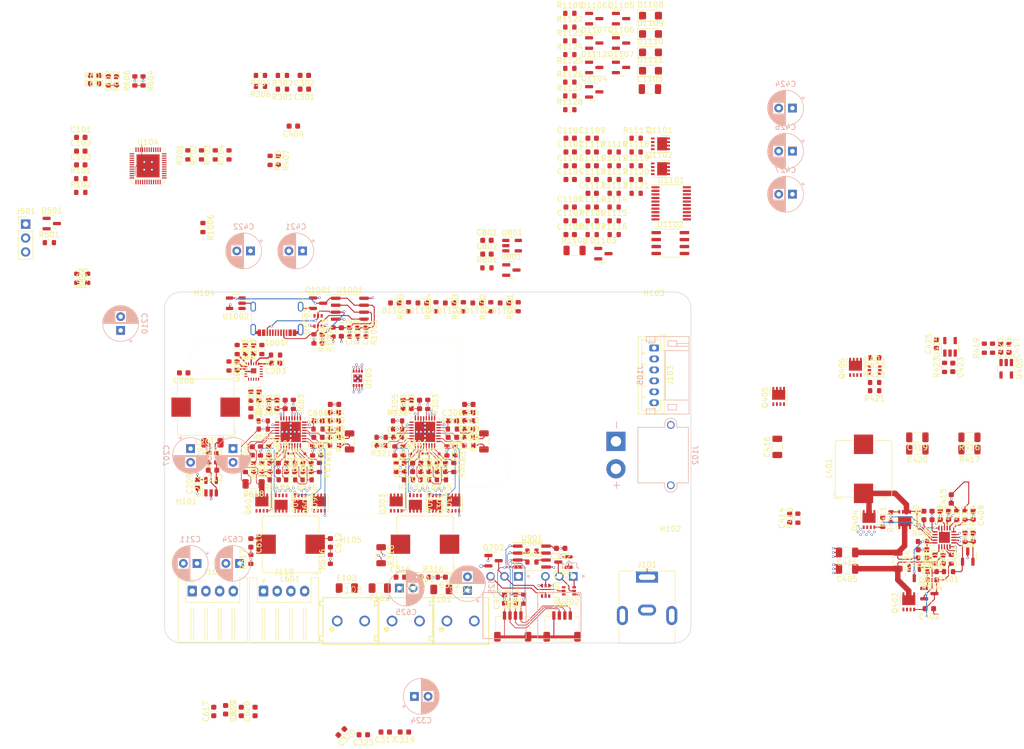
<source format=kicad_pcb>
(kicad_pcb (version 20221018) (generator pcbnew)
  (layers (0 "F.Cu" signal) (1 "In1.Cu" signal) (2 "In2.Cu" signal) (31 "B.Cu" signal) (34 "B.Paste" user) (35 "F.Paste" user) (36 "B.SilkS" user "B.Silkscreen") (37 "F.SilkS" user "F.Silkscreen") (38 "B.Mask" user) (39 "F.Mask" user) (44 "Edge.Cuts" user))
  (net 0 "")
  (net 1 "+3.3VA")
  (net 2 "GND")
  (net 3 "Vsys")
  (net 4 "Net-(U201-VCC)")
  (net 5 "Net-(U201-SS)")
  (net 6 "Net-(C204-Pad1)")
  (net 7 "Net-(C204-Pad2)")
  (net 8 "Net-(C205-Pad2)")
  (net 9 "Net-(U202--)")
  (net 10 "Net-(U202-+)")
  (net 11 "/Vadj_CS2")
  (net 12 "/Vadj_CS1")
  (net 13 "Net-(U301A-COMP)")
  (net 14 "Net-(C305-Pad2)")
  (net 15 "Net-(U301B-V1)")
  (net 16 "Net-(U301B-CSP1)")
  (net 17 "Net-(U301B-CSN1)")
  (net 18 "Net-(C311-Pad1)")
  (net 19 "Net-(U301B-VSW1)")
  (net 20 "Net-(C312-Pad2)")
  (net 21 "Net-(U301A-VCCD)")
  (net 22 "/Adj_Buck_Boost/VDRV")
  (net 23 "Net-(U301A-VCC)")
  (net 24 "Net-(U301C-VSW2)")
  (net 25 "Net-(C316-Pad2)")
  (net 26 "+AdjV")
  (net 27 "Net-(C318-Pad1)")
  (net 28 "Net-(U301C-V2)")
  (net 29 "Net-(U301C-CSN2)")
  (net 30 "Net-(U301C-CSP2)")
  (net 31 "Net-(U401-K)")
  (net 32 "Vin")
  (net 33 "Net-(Q401-D)")
  (net 34 "Net-(U402-VCC)")
  (net 35 "/B_IOUT")
  (net 36 "Net-(U402-ACP)")
  (net 37 "Net-(U402-REGN)")
  (net 38 "Net-(U402-ACN)")
  (net 39 "Net-(U402-BATT)")
  (net 40 "Net-(U402-BOOT)")
  (net 41 "Net-(U402-PHASE)")
  (net 42 "/Aux Power Supplies/EN2")
  (net 43 "/Bat_Charger/B_SRN")
  (net 44 "Net-(C414-Pad2)")
  (net 45 "Net-(Q405-G)")
  (net 46 "+BATT")
  (net 47 "Net-(U403-+)")
  (net 48 "/B_I")
  (net 49 "/V12_CS2")
  (net 50 "/V12_CS1")
  (net 51 "Net-(U601A-COMP)")
  (net 52 "Net-(C605-Pad2)")
  (net 53 "Net-(U601B-V1)")
  (net 54 "Net-(U601B-CSP1)")
  (net 55 "Net-(U601B-CSN1)")
  (net 56 "Net-(C611-Pad1)")
  (net 57 "Net-(U601B-VSW1)")
  (net 58 "Net-(C612-Pad2)")
  (net 59 "Net-(U601A-VCCD)")
  (net 60 "/12V Buck_Boost/VDRV")
  (net 61 "Net-(U601A-VCC)")
  (net 62 "Net-(U601C-VSW2)")
  (net 63 "Net-(C616-Pad2)")
  (net 64 "+12V")
  (net 65 "Net-(C618-Pad1)")
  (net 66 "Net-(U601C-V2)")
  (net 67 "Net-(U601C-CSN2)")
  (net 68 "Net-(U601C-CSP2)")
  (net 69 "/Ext. I2C Interface/XI2C_GND")
  (net 70 "/Ext. I2C Interface/XI2C_VCC")
  (net 71 "Net-(Q1001-D)")
  (net 72 "Net-(U1001A--)")
  (net 73 "Net-(D401-Pad3)")
  (net 74 "/UPDI")
  (net 76 "Net-(D501-K)")
  (net 77 "Net-(J701-Pin_2)")
  (net 78 "Net-(J702-Pin_2)")
  (net 79 "/AUX_EN")
  (net 80 "Net-(U801-EN)")
  (net 81 "Net-(D1101-K)")
  (net 82 "/5V_LED")
  (net 83 "Net-(D1102-K)")
  (net 84 "/12V_LED")
  (net 85 "Net-(D1103-K)")
  (net 86 "/Vadj_LED")
  (net 87 "Net-(D1104-K)")
  (net 88 "/Bat_CH_LED")
  (net 89 "Net-(D1105-K)")
  (net 90 "/Bat_DCH_LED")
  (net 91 "Net-(J106-Pin_1)")
  (net 92 "Net-(J107-Pin_1)")
  (net 93 "+5V")
  (net 94 "Net-(J108-Pin_1)")
  (net 95 "Net-(J501-Pin_2)")
  (net 96 "/F_Tach0")
  (net 97 "/F_Tach1")
  (net 98 "/Ext. I2C Interface/XI2C_SDA")
  (net 99 "/Ext. I2C Interface/XI2C_SCL")
  (net 100 "Net-(U1002-OUT)")
  (net 101 "Net-(J1001-CC1)")
  (net 105 "Net-(J1001-CC2)")
  (net 109 "Net-(Q301-G)")
  (net 110 "Net-(Q301-D-Pad5)")
  (net 111 "Net-(Q302-G)")
  (net 112 "Net-(Q303-G)")
  (net 113 "Net-(Q303-D-Pad5)")
  (net 114 "Net-(Q304-G)")
  (net 115 "Net-(Q401-G)")
  (net 116 "Net-(Q403-G)")
  (net 117 "Net-(Q404-G)")
  (net 118 "Net-(Q601-G)")
  (net 119 "Net-(Q601-D-Pad5)")
  (net 120 "Net-(Q602-G)")
  (net 121 "Net-(Q603-G)")
  (net 122 "Net-(Q603-D-Pad5)")
  (net 123 "Net-(Q604-G)")
  (net 124 "/F_PWM0")
  (net 125 "/F_PWM1")
  (net 126 "/I2C_I_SDA")
  (net 127 "/I2C_I_SCL")
  (net 128 "/V5_EN")
  (net 129 "Net-(U201-MODE)")
  (net 130 "Net-(U201-BST)")
  (net 131 "Net-(U201-FB)")
  (net 132 "Net-(U301A-ADDR)")
  (net 133 "/Vadj_EN")
  (net 134 "Net-(U301B-HSG1)")
  (net 135 "Net-(U301B-LSG1)")
  (net 136 "Net-(U301C-HSG2)")
  (net 137 "Net-(U301C-LSG2)")
  (net 138 "Net-(U301C-FB)")
  (net 139 "/B_BATTRM")
  (net 140 "/B_ACOK")
  (net 141 "Net-(U402-ACGATE)")
  (net 142 "Net-(U402-HDRV)")
  (net 143 "Net-(U402-LDRV)")
  (net 144 "Net-(U402-BGATE)")
  (net 145 "Net-(Q406-G)")
  (net 146 "Net-(U404-REF)")
  (net 147 "Net-(R423-Pad2)")
  (net 148 "Net-(U601A-ADDR)")
  (net 149 "/V12_EN")
  (net 150 "Net-(U601B-HSG1)")
  (net 151 "Net-(U601B-LSG1)")
  (net 152 "Net-(U601C-HSG2)")
  (net 153 "Net-(U601C-LSG2)")
  (net 154 "Net-(U601C-FB)")
  (net 155 "/I2C_E_SCL")
  (net 156 "/I2C_E_SDA")
  (net 174 "/V5_Imon")
  (net 175 "/B_DAC")
  (net 182 "Net-(D1112-K)")
  (net 183 "Net-(D1111-A1)")
  (net 188 "/5V Buck/PG")
  (net 189 "/Vadj_CLIND")
  (net 190 "/Vadj_INT")
  (net 192 "/B_U")
  (net 193 "/V12_CLIND")
  (net 194 "/V12_INT")
  (net 197 "/USB_FORCE")
  (net 198 "/BMS_ALERT")
  (net 199 "/VC3")
  (net 206 "Net-(D301-K)")
  (net 207 "Net-(D303-K)")
  (net 208 "Net-(D601-K)")
  (net 209 "Net-(D603-K)")
  (net 210 "/T_OS")
  (net 211 "-BATT")
  (net 212 "VBMS")
  (net 213 "Net-(D1109-A1)")
  (net 214 "Net-(D1108-A1)")
  (net 215 "Net-(D1108-A2)")
  (net 216 "Net-(D1110-A2)")
  (net 218 "/VC2")
  (net 219 "Net-(U1101-SRP)")
  (net 220 "Net-(U1101-SRN)")
  (net 221 "Net-(U1101-CAP1)")
  (net 222 "Net-(D1106-K)")
  (net 223 "Net-(D1106-A)")
  (net 224 "Net-(Q1101-S-Pad1)")
  (net 225 "Net-(Q1101-G)")
  (net 226 "Net-(Q1101-D-Pad5)")
  (net 227 "Net-(Q1103-S)")
  (net 228 "/BMS/BMS_SDA")
  (net 229 "/BMS/BMS_SCL")
  (net 230 "/VC1")
  (net 231 "/BMS_WKUP")
  (net 234 "/BMS/TS")
  (net 236 "Net-(Q1104-G)")
  (net 237 "Net-(Q1104-D)")
  (net 238 "Net-(Q1106-G)")
  (net 239 "Net-(Q1106-D)")
  (net 240 "Net-(Q1107-D)")
  (net 241 "/I2C_B_SDA")
  (net 242 "/I2C_B_SCL")
  (footprint "Resistor_SMD:R_0603_1608Metric" (layer "F.Cu") (at 125.5 93.5)
    (fp_text reference "R326")
    (fp_text value "2k")
  )
  (footprint "Capacitor_SMD:C_0603_1608Metric" (layer "F.Cu") (at 221.475 110.75 90)
    (fp_text reference "C410")
    (fp_text value "100n 16V")
  )
  (footprint "Capacitor_SMD:C_0603_1608Metric" (layer "F.Cu") (at 106.499999 39.75 180)
    (fp_text reference "C404")
    (fp_text value "4n7 6.3V")
  )
  (footprint "Capacitor_SMD:C_0603_1608Metric" (layer "F.Cu") (at 138.5 93.5 180)
    (fp_text reference "C309")
    (fp_text value "10u 35V")
  )
  (footprint "Resistor_SMD:R_1206_3216Metric" (layer "F.Cu") (at 157.78 62.43)
    (fp_text reference "R1108")
    (fp_text value "Rsns")
  )
  (footprint "Connector_USB:USB_C_Receptacle_GCT_USB4105-xx-A_16P_TopMnt_Horizontal" (layer "F.Cu") (at 103.5 73.75 180)
    (fp_text reference "J1001")
    (fp_text value "USB4105-GF-A")
  )
  (footprint "Capacitor_SMD:C_0603_1608Metric" (layer "F.Cu") (at 114 92 180)
    (fp_text reference "C609")
    (fp_text value "10u 35V")
  )
  (footprint "Resistor_SMD:R_0603_1608Metric" (layer "F.Cu") (at 100.75 102 -90)
    (fp_text reference "R623")
    (fp_text value "0R")
  )
  (footprint "Resistor_SMD:R_0603_1608Metric" (layer "F.Cu") (at 111.75 78.55 -90)
    (fp_text reference "R1004")
    (fp_text value "10k")
  )
  (footprint "Resistor_SMD:R_0603_1608Metric" (layer "F.Cu") (at 212.5 86.5)
    (fp_text reference "R418")
    (fp_text value "NM")
  )
  (footprint "Inductor_SMD:L_Bourns_SRP1038C_10.0x10.0mm" (layer "F.Cu") (at 90.5 91 180)
    (fp_text reference "L201")
    (fp_text value "SRP1038C-2R2M")
  )
  (footprint "Capacitor_SMD:C_0603_1608Metric" (layer "F.Cu") (at 138.5 90.5 180)
    (fp_text reference "C304")
    (fp_text value "10u 35V")
  )
  (footprint "Resistor_SMD:R_0603_1608Metric" (layer "F.Cu") (at 132.5 72.7 90)
    (fp_text reference "R1104")
    (fp_text value "1k")
  )
  (footprint "Diode_SMD:D_SMF" (layer "F.Cu") (at 171.62 26.3)
    (fp_text reference "D1110")
    (fp_text value "SMF5V0A")
  )
  (footprint "Capacitor_SMD:C_0603_1608Metric" (layer "F.Cu") (at 224.975 118.75 90)
    (fp_text reference "C407")
    (fp_text value "100n 25V")
  )
  (footprint "Resistor_SMD:R_0603_1608Metric" (layer "F.Cu") (at 225.25 83.749999 90)
    (fp_text reference "R423")
    (fp_text value "1k")
  )
  (footprint "Resistor_SMD:R_1206_3216Metric" (layer "F.Cu") (at 122.5 118 -90)
    (fp_text reference "R318")
    (fp_text value "5m 1W")
  )
  (footprint "OpenUPS_ups:C4_heatsink" (layer "F.Cu") (at 142.5 102 180)
    (fp_text reference "HS101")
    (fp_text value "Heatsink")
  )
  (footprint "Capacitor_SMD:C_0603_1608Metric" (layer "F.Cu") (at 160.99 44.47)
    (fp_text reference "C1110")
    (fp_text value "1u 10V")
  )
  (footprint "Capacitor_SMD:C_0603_1608Metric" (layer "F.Cu") (at 111 96.5 180)
    (fp_text reference "C607")
    (fp_text value "10n")
  )
  (footprint "Resistor_SMD:R_0603_1608Metric" (layer "F.Cu") (at 106 104.25 180)
    (fp_text reference "R614")
    (fp_text value "10R")
  )
  (footprint "Fuse:Fuse_1206_3216Metric" (layer "F.Cu") (at 116.25 124)
    (fp_text reference "F103")
    (fp_text value "C1T-5")
  )
  (footprint "Package_DFN_QFN:QFN-48-1EP_6x6mm_P0.4mm_EP4.2x4.2mm" (layer "F.Cu") (at 80 47)
    (fp_text reference "U104")
    (fp_text value "AVR64DB48x-x6LX")
  )
  (footprint "Resistor_SMD:R_0603_1608Metric" (layer "F.Cu") (at 132 122)
    (fp_text reference "R316")
    (fp_text value "NM")
  )
  (footprint "Package_SO:SO-8_3.9x4.9mm_P1.27mm" (layer "F.Cu") (at 116.8 73.05)
    (fp_text reference "U1001")
    (fp_text value "MCP6547")
  )
  (footprint "Resistor_SMD:R_0603_1608Metric" (layer "F.Cu") (at 69 67.5 90)
    (fp_text reference "R905")
    (fp_text value "3k3")
  )
  (footprint "Resistor_SMD:R_1206_3216Metric" (layer "F.Cu") (at 99.25 105 180)
    (fp_text reference "R618")
    (fp_text value "5m 1W")
  )
  (footprint "Resistor_SMD:R_0603_1608Metric" (layer "F.Cu") (at 228.975 114.75 -90)
    (fp_text reference "R402")
    (fp_text value "4k7")
  )
  (footprint "Package_TO_SOT_SMD:SOT-363_SC-70-6" (layer "F.Cu") (at 156.75 124.5 180)
    (fp_text reference "U702")
    (fp_text value "NUP2301MW6T1G")
  )
  (footprint "Resistor_SMD:R_0603_1608Metric" (layer "F.Cu") (at 100.5 99 -90)
    (fp_text reference "R624")
    (fp_text value "3R3")
  )
  (footprint "Capacitor_SMD:C_0603_1608Metric" (layer "F.Cu") (at 134.25 102 90)
    (fp_text reference "C311")
    (fp_text value "100n 10V")
  )
  (footprint "Capacitor_SMD:C_0603_1608Metric" (layer "F.Cu") (at 225.975 110.750001 -90)
    (fp_text reference "C412")
    (fp_text value "100n 25V")
  )
  (footprint "Capacitor_SMD:C_0603_1608Metric" (layer "F.Cu") (at 119.25 150.75 180)
    (fp_text reference "C323")
    (fp_text value "10u 35V")
  )
  (footprint "Capacitor_SMD:C_0603_1608Metric" (layer "F.Cu") (at 160.99 41.96)
    (fp_text reference "C1109")
    (fp_text value "1u 10V")
  )
  (footprint "Capacitor_SMD:C_0603_1608Metric" (layer "F.Cu") (at 103.75 102 -90)
    (fp_text reference "C621")
    (fp_text value "100n 35V")
  )
  (footprint "Package_TO_SOT_SMD:SOT-23" (layer "F.Cu") (at 163.03 63.01)
    (fp_text reference "Q1103")
    (fp_text value "BSS84")
  )
  (footprint "Resistor_SMD:R_0603_1608Metric" (layer "F.Cu") (at 165 52)
    (fp_text reference "R1113")
    (fp_text value "51R")
  )
  (footprint "Resistor_SMD:R_0603_1608Metric" (layer "F.Cu") (at 109 104.25 180)
    (fp_text reference "R615")
    (fp_text value "1R")
  )
  (footprint "Capacitor_SMD:C_0603_1608Metric" (layer "F.Cu") (at 222.475 127.75 180)
    (fp_text reference "C402")
    (fp_text value "10n 16V")
  )
  (footprint "Capacitor_SMD:C_0603_1608Metric" (layer "F.Cu") (at 156.98 54.51)
    (fp_text reference "C1106")
    (fp_text value "1u 10V")
  )
  (footprint "Resistor_SMD:R_0603_1608Metric" (layer "F.Cu") (at 127.5 72.7 90)
    (fp_text reference "R1105")
    (fp_text value "1k")
  )
  (footprint "Resistor_SMD:R_0603_1608Metric" (layer "F.Cu") (at 165 54.51)
    (fp_text reference "R1114")
    (fp_text value "51R")
  )
  (footprint "Capacitor_SMD:C_0603_1608Metric" (layer "F.Cu") (at 98.75 92 -90)
    (fp_text reference "C204")
    (fp_text value "100n 50V")
  )
  (footprint "Capacitor_SMD:C_0603_1608Metric" (layer "F.Cu") (at 102.25 102 90)
    (fp_text reference "C618")
    (fp_text value "100n 10V")
  )
  (footprint "Capacitor_SMD:C_0603_1608Metric" (layer "F.Cu") (at 128.25 102 -90)
    (fp_text reference "C321")
    (fp_text value "100n 35V")
  )
  (footprint "Resistor_SMD:R_0603_1608Metric" (layer "F.Cu") (at 212.5 88 180)
    (fp_text reference "R421")
    (fp_text value "100k")
  )
  (footprint "Capacitor_SMD:C_0603_1608Metric" (layer "F.Cu") (at 94.14 146.182379 -90)
    (fp_text reference "C623")
    (fp_text value "10u 35V")
  )
  (footprint "Resistor_SMD:R_0603_1608Metric" (layer "F.Cu") (at 77.5875 31.510001 90)
    (fp_text reference "R606")
    (fp_text value "10k")
  )
  (footprint "Resistor_SMD:R_0603_1608Metric" (layer "F.Cu") (at 125.5 95 180)
    (fp_text reference "R325")
    (fp_text value "18k")
  )
  (footprint "Resistor_SMD:R_0603_1608Metric" (layer "F.Cu") (at 111 95)
    (fp_text reference "R607")
    (fp_text value "0R")
  )
  (footprint "Capacitor_SMD:C_0603_1608Metric" (layer "F.Cu") (at 98.75 115.75 -90)
    (fp_text reference "C616")
    (fp_text value "NM")
  )
  (footprint "Capacitor_SMD:C_0603_1608Metric" (layer "F.Cu") (at 91.98 146.5 90)
    (fp_text reference "C617")
    (fp_text value "10u 35V")
  )
  (footprint "Connector_BarrelJack:BarrelJack_CUI_PJ-063AH_Horizontal" (layer "F.Cu") (at 171 122)
    (fp_text reference "J101")
    (fp_text value "Barrel Jack")
  )
  (footprint "Capacitor_SMD:C_0603_1608Metric" (layer "F.Cu") (at 113.25 115.75 -90)
    (fp_text reference "C612")
    (fp_text value "NM")
  )
  (footprint "Resistor_SMD:R_0603_1608Metric" (layer "F.Cu") (at 165 59.53)
    (fp_text reference "R1116")
    (fp_text value "51R")
  )
  (footprint "Resistor_SMD:R_0603_1608Metric" (layer "F.Cu") (at 222.975 122.5 180)
    (fp_text reference "R404")
    (fp_text value "1M")
  )
  (footprint "Capacitor_SMD:C_0603_1608Metric" (layer "F.Cu") (at 115.25 150.25 -135)
    (fp_text reference "C320")
    (fp_text value "10u 35V")
  )
  (footprint "Resistor_SMD:R_0603_1608Metric" (layer "F.Cu") (at 232.5 80.25 90)
    (fp_text reference "R419")
    (fp_text value "1M2")
  )
  (footprint "Resistor_SMD:R_0603_1608Metric" (layer "F.Cu") (at 156.915 36.75)
    (fp_text reference "R1128")
    (fp_text value "NM")
  )
  (footprint "Resistor_SMD:R_0603_1608Metric" (layer "F.Cu") (at 137.5 72.7 90)
    (fp_text reference "R1103")
    (fp_text value "1k")
  )
  (footprint "Capacitor_SMD:C_0603_1608Metric" (layer "F.Cu") (at 235.5 80.25 -90)
    (fp_text reference "C418")
    (fp_text value "1n 10V")
  )
  (footprint "Connector_JST:JST_PH_B6B-PH-K_1x06_P2.00mm_Vertical" (layer "F.Cu") (at 172.3 80.2 -90)
    (fp_text reference "J103")
    (fp_text value "B6B-PH-K_1x06")
  )
  (footprint "Diode_SMD:D_SOD-323F" (layer "F.Cu") (at 104.5 99.5)
    (fp_text reference "D601")
    (fp_text value "BAT54J")
  )
  (footprint "Resistor_SMD:R_0603_1608Metric" (layer "F.Cu") (at 119.75 77.3 -90)
    (fp_text reference "R1001")
    (fp_text value "10k")
  )
  (footprint "Capacitor_SMD:C_0603_1608Metric" (layer "F.Cu") (at 125.5 96.5)
    (fp_text reference "C322")
    (fp_text value "10n")
  )
  (footprint "Resistor_SMD:R_0603_1608Metric" (layer "F.Cu") (at 148.5 126 90)
    (fp_text reference "R902")
    (fp_text value "3k3")
  )
  (footprint "Capacitor_SMD:C_0603_1608Metric" (layer "F.Cu") (at 108.499999 33.010001 180)
    (fp_text reference "C301")
    (fp_text value "10n")
  )
  (footprint "Capacitor_SMD:C_0603_1608Metric" (layer "F.Cu") (at 223.749999 79.5 90)
    (fp_text reference "C425")
    (fp_text value "100n 10V")
  )
  (footprint "Resistor_SMD:R_0603_1608Metric" (layer "F.Cu") (at 156.915 19.18)
    (fp_text reference "R1109")
    (fp_text value "100R")
  )
  (footprint "Resistor_SMD:R_0603_1608Metric" (layer "F.Cu") (at 141.8 65.6)
    (fp_text reference "R801")
    (fp_text value "10k")
  )
  (footprint "Resistor_SMD:R_0603_1608Metric" (layer "F.Cu") (at 215.475 111 90)
    (fp_text reference "R411")
    (fp_text value "0R")
  )
  (footprint "Capacitor_SMD:C_0603_1608Metric" (layer "F.Cu") (at 67.73 44.31)
    (fp_text reference "C102")
    (fp_text value "100n 10V")
  )
  (footprint "Capacitor_SMD:C_0603_1608Metric" (layer "F.Cu") (at 111 93.5)
    (fp_text reference "C606")
    (fp_text value "100n 35V")
  )
  (footprint "Package_TO_SOT_SMD:SOT-363_SC-70-6" (layer "F.Cu") (at 212.5 84.25)
    (fp_text reference "U404")
    (fp_text value "DZDH0401DW")
  )
  (footprint "Capacitor_SMD:C_0603_1608Metric" (layer "F.Cu") (at 135 122 180)
    (fp_text reference "C312")
    (fp_text value "NM")
  )
  (footprint "Resistor_SMD:R_0603_1608Metric" (layer "F.Cu") (at 98.75 89 -90)
    (fp_text reference "R204")
    (fp_text value "0R")
  )
  (footprint "Capacitor_SMD:C_0603_1608Metric" (layer "F.Cu") (at 160.99 54.51)
    (fp_text reference "C1114")
    (fp_text value "1u 16V")
  )
  (footprint "Capacitor_SMD:C_0603_1608Metric" (layer "F.Cu") (at 156.98 59.53)
    (fp_text reference "C1108")
    (fp_text value "1u 10V")
  )
  (footprint "Resistor_SMD:R_0603_1608Metric" (layer "F.Cu") (at 198.5 111.25 90)
    (fp_text reference "R415")
    (fp_text value "NM")
  )
  (footprint "Capacitor_SMD:C_0603_1608Metric" (layer "F.Cu") (at 226.475 107.75 90)
    (fp_text reference "C415")
    (fp_text value "10n 16V")
  )
  (footprint "Capacitor_SMD:C_0603_1608Metric" (layer "F.Cu") (at 156.98 46.98)
    (fp_text reference "C1103")
    (fp_text value "4u7 6.3V")
  )
  (footprint "Package_TO_SOT_SMD:SOT-363_SC-70-6" (layer "F.Cu") (at 111 75.3 90)
    (fp_text reference "U1003")
    (fp_text value "NUP2301MW6T1G")
  )
  (footprint "Resistor_SMD:R_0603_1608Metric" (layer "F.Cu") (at 94.75 83.5 -90)
    (fp_text reference "R202")
    (fp_text value "330k")
  )
  (footprint "Capacitor_SMD:C_0603_1608Metric" (layer "F.Cu") (at 141.8 60.58)
    (fp_text reference "C801")
    (fp_text value "1u 25V")
  )
  (footprint "Capacitor_SMD:C_0603_1608Metric" (layer "F.Cu") (at 145 126 90)
    (fp_text reference "C901")
    (fp_text value "100n")
  )
  (footprint "Resistor_SMD:R_0603_1608Metric" (layer "F.Cu") (at 104.499999 30.510001 180)
    (fp_text reference "R302")
    (fp_text value "10k")
  )
  (footprint "Resistor_SMD:R_0603_1608Metric" (layer "F.Cu") (at 133.5 104.25 180)
    (fp_text reference "R315")
    (fp_text value "1R")
  )
  (footprint "footprints:DFN 3x3 MOSFET" (layer "F.Cu") (at 218.725 126.5 90)
    (fp_text reference "Q402")
    (fp_text value "AON7534")
  )
  (footprint "Capacitor_SMD:C_0603_1608Metric" (layer "F.Cu") (at 114 90.5 180)
    (fp_text reference "C604")
    (fp_text value "10u 35V")
  )
  (footprint "Resistor_SMD:R_0603_1608Metric" (layer "F.Cu") (at 101 95 180)
    (fp_text reference "R625")
    (fp_text value "18k")
  )
  (footprint "Resistor_SMD:R_0603_1608Metric" (layer "F.Cu") (at 89.74 45 90)
    (fp_text reference "R702")
    (fp_text value "10k")
  )
  (footprint "Resistor_SMD:R_0603_1608Metric" (layer "F.Cu") (at 99.25 102 -90)
    (fp_text reference "R621")
    (fp_text value "10R")
  )
  (footprint "Package_TO_SOT_SMD:SOT-23" (layer "F.Cu") (at 161.365 29.05)
    (fp_text reference "D1112")
    (fp_text value "BAT54")
  )
  (footprint "Capacitor_SMD:C_0603_1608Metric" (layer "F.Cu") (at 128 90.5 90)
    (fp_text reference "C305")
    (fp_text value "1n5")
  )
  (footprint "Resistor_SMD:R_0603_1608Metric" (layer "F.Cu") (at 156.915 26.71)
    (fp_text reference "R1124")
    (fp_text value "100k")
  )
  (footprint "Capacitor_SMD:C_0603_1608Metric" (layer "F.Cu") (at 131.25 102 -90)
    (fp_text reference "C314")
    (fp_text value "1u 6.3V")
  )
  (footprint "Capacitor_SMD:C_0603_1608Metric" (layer "F.Cu") (at 156.98 57.02)
    (fp_text reference "C1107")
    (fp_text value "1u 10V")
  )
  (footprint "Resistor_SMD:R_0603_1608Metric" (layer "F.Cu") (at 169.01 52)
    (fp_text reference "R1121")
    (fp_text value "1M")
  )
  (footprint "Resistor_SMD:R_0603_1608Metric" (layer "F.Cu") (at 97.75 102 -90)
    (fp_text reference "R620")
    (fp_text value "10R")
  )
  (footprint "Diode_SMD:D_SMF" (layer "F.Cu") (at 171.62 19.6)
    (fp_text reference "D1108")
    (fp_text value "SMF5V0A")
  )
  (footprint "Capacitor_SMD:C_0603_1608Metric" (layer "F.Cu") (at 86.5 84.75 180)
    (fp_text reference "C206")
    (fp_text value "100n 10V")
  )
  (footprint "Package_TO_SOT_SMD:SOT-23" (layer "F.Cu") (at 229.475 118.25 90)
    (fp_text reference "U401")
    (fp_text value "NCP431")
  )
  (footprint "Resistor_SMD:R_0603_1608Metric" (layer "F.Cu") (at 104.499999 33.020001 180)
    (fp_text reference "R301")
    (fp_text value "10k")
  )
  (footprint "Capacitor_SMD:C_1206_3216Metric" (layer "F.Cu") (at 194.75 98.25 90)
    (fp_text reference "C416")
    (fp_text value "10u 16V")
  )
  (footprint "Package_TO_SOT_SMD:SOT-23-5" (layer "F.Cu") (at 96 72.05 180)
    (fp_text reference "U1002")
    (fp_text value "AP22814BW5")
  )
  (footprint "Diode_SMD:D_SMF" (layer "F.Cu") (at 171.62 22.95)
    (fp_text reference "D1109")
    (fp_text value "SMF5V0A")
  )
  (footprint "Package_TO_SOT_SMD:SOT-23" (layer "F.Cu") (at 166.255 24.6)
    (fp_text reference "Q1106")
    (fp_text value "2N7002")
  )
  (footprint "Capacitor_SMD:C_0603_1608Metric" (layer "F.Cu") (at 135.5 93.5)
    (fp_text reference "C306")
    (fp_text value "100n 35V")
  )
  (footprint "Resistor_SMD:R_0603_1608Metric" (layer "F.Cu") (at 156.915 29.22)
    (fp_text reference "R1125")
    (fp_text value "100k")
  )
  (footprint "screw_term:691213710002" (layer "F.Cu") (at 137 130)
    (fp_text reference "J106")
    (fp_text value "Screw Terminal")
  )
  (footprint "Resistor_SMD:R_0603_1608Metric" (layer "F.Cu") (at 150 119.25)
    (fp_text reference "R903")
    (fp_text value "NM")
  )
  (footprint "Resistor_SMD:R_0603_1608Metric" (layer "F.Cu") (at 111.5 99 -90)
    (fp_text reference "R612")
    (fp_text value "0R")
  )
  (footprint "Connector_JST:JST_SH_SM04B-SRSS-TB_1x04-1MP_P1.00mm_Horizontal" (layer "F.Cu") (at 155.5 131)
    (fp_text reference "J902")
    (fp_text value "Qwiic")
  )
  (footprint "Capacitor_SMD:C_0603_1608Metric" (layer "F.Cu") (at 226.75 83.75 -90)
    (fp_text reference "C423")
    (fp_text value "100n")
  )
  (footprint "footprints:DFN 3x3 MOSFET" (layer "F.Cu") (at 173.44 42.98)
    (fp_text reference "Q1101")
    (fp_text value "AON7534")
  )
  (footprint "Capacitor_SMD:C_0603_1608Metric" (layer "F.Cu") (at 132.75 102 -90)
    (fp_text reference "C315")
    (fp_text value "1u 6.3V")
  )
  (footprint "Resistor_SMD:R_0603_1608Metric" (layer "F.Cu") (at 90 58.25 -90)
    (fp_text reference "R1006")
    (fp_text value "10k")
  )
  (footprint "Package_TO_SOT_SMD:SOT-23" (layer "F.Cu") (at 219.725 121.25 -90)
    (fp_text reference "D401")
    (fp_text value "BAT54C")
  )
  (footprint "footprints:DFN 3x3 MOSFET" (layer "F.Cu") (at 173.44 47.53)
    (fp_text reference "Q1102")
    (fp_text value "AON7534")
  )
  (footprint "Resistor_SMD:R_0603_1608Metric" (layer "F.Cu") (at 103.75 46 -90)
    (fp_text reference "R407")
    (fp_text value "10k")
  )
  (footprint "Resistor_SMD:R_0603_1608Metric" (layer "F.Cu") (at 92.5 100.25 90)
    (fp_text reference "R211")
    (fp_text value "3R3")
  )
  (footprint "Resistor_SMD:R_0603_1608Metric" (layer "F.Cu") (at 126.5 99 -90)
    (fp_text reference "R322")
    (fp_text value "0R")
  )
  (footprint "Resistor_SMD:R_0603_1608Metric" (layer "F.Cu") (at 100.75 80.5 90)
    (fp_text reference "R207")
    (fp_text value "110k")
  )
  (footprint "Capacitor_SMD:C_0603_1608Metric" (layer "F.Cu") (at 109.75 102 90)
    (fp_text reference "C611")
    (fp_text value "100n 10V")
  )
  (footprint "Capacitor_SMD:C_0603_1608Metric" (layer "F.Cu") (at 99.51 146.5 90)
    (fp_text reference "C620")
    (fp_text value "10u 35V")
  )
  (footprint "Package_TO_SOT_SMD:SOT-23" (layer "F.Cu") (at 222.475 125)
    (fp_text reference "Q401")
    (fp_text value "2N7002")
  )
  (footprint "Inductor_SMD:L_Bourns_SRP1038C_10.0x10.0mm" (layer "F.Cu") (at 210.475 102.25 90)
    (fp_text reference "L401")
    (fp_text value "SRP1038C-2R2M")
  )
  (footprint "Resistor_SMD:R_0603_1608Metric" (layer "F.Cu") (at 234 80.25 -90)
    (fp_text reference "R420")
    (fp_text value "300k")
  )
  (footprint "Resistor_SMD:R_0603_1608Metric" (layer "F.Cu") (at 156.915 34.24)
    (fp_text reference "R1127")
    (fp_text value "10k")
  )
  (footprint "Resistor_SMD:R_0603_1608Metric" (layer "F.Cu") (at 165 46.98)
    (fp_text reference "R1111")
    (fp_text value "NM")
  )
  (footprint "Package_TO_SOT_SMD:SOT-23-5" (layer "F.Cu") (at 91.5 105.5 90)
    (fp_text reference "U202")
    (fp_text value "INA180A3")
  )
  (footprint "Capacitor_SMD:C_0603_1608Metric" (layer "F.Cu") (at 224.475 110.75 -90)
    (fp_text reference "C413")
    (fp_text value "100n 25V")
  )
  (footprint "Resistor_SMD:R_0603_1608Metric" (layer "F.Cu") (at 169.01 49.49)
    (fp_text reference "R1120")
    (fp_text value "1M")
  )
  (footprint "Capacitor_SMD:C_0603_1608Metric" (layer "F.Cu") (at 156.98 41.96)
    (fp_text reference "C1101")
    (fp_text value "100n")
  )
  (footprint "Capacitor_SMD:C_1206_3216Metric" (layer "F.Cu") (at 207.475 120.5 180)
    (fp_text reference "C405")
    (fp_text value "22u 25V")
  )
  (footprint "Resistor_SMD:R_0603_1608Metric" (layer "F.Cu") (at 156.915 21.69)
    (fp_text reference "R1122")
    (fp_text value "68k")
  )
  (footprint "MountingHole:MountingHole_3.2mm_M3_DIN965" (layer "F.Cu") (at 172.25 74)
    (fp_text reference "H103")
    (fp_text value "MountingHole")
  )
  (footprint "Resistor_SMD:R_0603_1608Metric" (layer "F.Cu") (at 221.225 118.5 180)
    (fp_text reference "R410")
    (fp_text value "10R")
  )
  (footprint "Capacitor_SMD:C_0603_1608Metric" (layer "F.Cu") (at 123.25 150.25 180)
    (fp_text reference "C317")
    (fp_text value "10u 35V")
  )
  (footprint "Resistor_SMD:R_0603_1608Metric" (layer "F.Cu") (at 156.915 31.73)
    (fp_text reference "R1126")
    (fp_text value "10k")
  )
  (footprint "Resistor_SMD:R_0603_1608Metric" (layer "F.Cu") (at 147.5 72.7 90)
    (fp_text reference "R1101")
    (fp_text value "1k")
  )
  (footprint "Capacitor_SMD:C_0603_1608Metric" (layer "F.Cu") (at 91.75 102.5 180)
    (fp_text reference "C212")
    (fp_text value "10u")
  )
  (footprint "Package_SON:SON-8-1EP_3x2mm_P0.5mm_EP1.4x1.6mm" (layer "F.Cu") (at 118.25 85.75 -90)
    (fp_text reference "U103")
    (fp_text value "LM75BTP,147")
  )
  (footprint "Capacitor_SMD:C_0603_1608Metric" (layer "F.Cu") (at 114 93.5 180)
    (fp_text reference "C610")
    (fp_text value "10u 35V")
  )
  (footprint "MountingHole:MountingHole_3.2mm_M3_DIN965" (layer "F.Cu") (at 175.25 117)
    (fp_text reference "H102")
    (fp_text value "MountingHole")
  )
  (footprint "Capacitor_SMD:C_0603_1608Metric" (layer "F.Cu") (at 156.98 49.49)
    (fp_text reference "C1104")
    (fp_text value "1u 16V")
  )
  (footprint "Capacitor_SMD:C_0603_1608Metric" (layer "F.Cu") (at 160.99 49.49)
    (fp_text reference "C1112")
    (fp_text value "100n")
  )
  (footprint "footprints:DFN 3x3 MOSFET" (layer "F.Cu") (at 135.75 108.5 90)
    (fp_text reference "Q301")
    (fp_text value "AON7534")
  )
  (footprint "Inductor_SMD:L_Bourns_SRP1038C_10.0x10.0mm" (layer "F.Cu") (at 106 116 180)
    (fp_text reference "L601")
    (fp_text value "SRP1038C-3R3M")
  )
  (footprint "Resistor_SMD:R_0603_1608Metric" (layer "F.Cu") (at 106.5 90.5 -90)
    (fp_text reference "R603")
    (fp_text value "?")
  )
  (footprint "Capacitor_SMD:C_0603_1608Metric" (layer "F.Cu") (at 106.75 102 -90)
    (fp_text reference "C614")
    (fp_text value "1u 6.3V")
  )
  (footprint "Package_TO_SOT_SMD:SOT-23" (layer "F.Cu") (at 161.365 20.15)
    (fp_text reference "D1106")
    (fp_text value "BAT54")
  )
  (footprint "Resistor_SMD:R_1206_3216Metric" (layer "F.Cu") (at 229.7875 96.5 180)
    (fp_text reference "R416")
    (fp_text value "10m 1/2W")
  )
  (footprint "Capacitor_SMD:C_0603_1608Metric" (layer "F.Cu") (at 155.25 116.75 180)
    (fp_text reference "C902")
    (fp_text value "100n")
  )
  (footprint "Capacitor_SMD:C_0603_1608Metric" (layer "F.Cu") (at 230.475 114.75 90)
    (fp_text reference "C401")
    (fp_text value "100p 25V")
  )
  (footprint "Capacitor_SMD:C_0603_1608Metric" (layer "F.Cu") (at 129.5 90.5 90)
    (fp_text reference "C303")
    (fp_text value "10p")
  )
  (footprint "Resistor_SMD:R_0603_1608Metric" (layer "F.Cu") (at 70.25 32.010002)
    (fp_text reference "R601")
    (fp_text value "10k")
  )
  (footprint "Resistor_SMD:R_0603_1608Metric" (layer "F.Cu") (at 227.475 110.75 -90)
    (fp_text reference "R413")
    (fp_text value "510R")
  )
  (footprint "Capacitor_SMD:C_0603_1608Metric" (layer "F.Cu") (at 156.98 44.47)
    (fp_text reference "C1102")
    (fp_text value "100n")
  )
  (footprint "Package_DFN_QFN:QFN-32-1EP_5x5mm_P0.5mm_EP3.7x3.7mm" (layer "F.Cu") (at 130.5 95.5 180)
    (fp_text reference "U301")
    (fp_text value "NCP81599")
  )
  (footprint "Package_TO_SOT_SMD:SOT-363_SC-70-6" (layer "F.Cu") (at 152.5 124.5 -90)
    (fp_text reference "U701")
    (fp_text value "NUP2301MW6T1G")
  )
  (footprint "Resistor_SMD:R_1206_3216Metric" (layer "F.Cu") (at 116.75 97.25 90)
    (fp_text reference "R613")
    (fp_text value "5m 1W")
  )
  (footprint "Capacitor_SMD:C_0603_1608Metric" (layer "F.Cu") (at 160.99 46.98)
    (fp_text reference "C1111")
    (fp_text value "100n")
  )
  (footprint "footprints:DFN 3x3 MOSFET" (layer "F.Cu") (at 125.25 108.5 90)
    (fp_text reference "Q303")
    (fp_text value "AON7534")
  )
  (footprint "Resistor_SMD:R_0603_1608Metric" (layer "F.Cu") (at 228.975 110.75 -90)
    (fp_text reference "R414")
    (fp_text value "510R")
  )
  (footprint "Resistor_SMD:R_0603_1608Metric" (layer "F.Cu") (at 129 122 180)
    (fp_text reference "R317")
    (fp_text value "NM")
  )
  (footprint "Capacitor_SMD:C_0603_1608Metric" (layer "F.Cu") (at 230.475 110.75 -90)
    (fp_text reference "C409")
    (fp_text value "1u 16V")
  )
  (footprint "Resistor_SMD:R_0603_1608Metric" (layer "F.Cu") (at 62 61)
    (fp_text reference "R501")
    (fp_text value "470")
  )
  (footprint "Package_DFN_QFN:QFN-20-1EP_3.5x3.5mm_P0.5mm_EP2x2mm" (layer "F.Cu") (at 225.225 114.75 90)
    (fp_text reference "U402")
    (fp_text value "BD99950")
  )
  (footprint "Resistor_SMD:R_0603_1608Metric" (layer "F.Cu") (at 122.5 96.5 180)
    (fp_text reference "R320")
    (fp_text value "10R")
  )
  (footprint "Resistor_SMD:R_0603_1608Metric" (layer "F.Cu") (at 165 49.49)
    (fp_text reference "R1112")
    (fp_text value "51R")
  )
  (footprint "Resistor_SMD:R_0603_1608Metric" (layer "F.Cu") (at 131 90.5 -90)
    (fp_text reference "R303")
    (fp_text value "?")
  )
  (footprint "Resistor_SMD:R_0603_1608Metric" (layer "F.Cu") (at 169.01 41.96)
    (fp_text reference "R1117")
    (fp_text value "100")
  )
  (footprint "footprints:DFN 3x3 MOSFET" (layer "F.Cu") (at 211.475 111.5 90)
    (fp_text reference "Q404")
    (fp_text value "AON7534")
  )
  (footprint "Resistor_SMD:R_0603_1608Metric" (layer "F.Cu") (at 160.99 59.53)
    (fp_text reference "R1107")
    (fp_text value "3k3")
  )
  (footprint "Resistor_SMD:R_0603_1608Metric" (layer "F.Cu") (at 147 126 90)
    (fp_text reference "R901")
    (fp_text value "3k3")
  )
  (footprint "Package_TO_SOT_SMD:SOT-23" (layer "F.Cu") (at 146.25 66)
    (fp_text reference "D801")
    (fp_text value "BAT54C")
  )
  (footprint "Capacitor_SMD:C_0603_1608Metric" (layer "F.Cu") (at 103.25 83 180)
    (fp_text reference "C203")
    (fp_text value "NM")
  )
  (footprint "Capacitor_SMD:C_0603_1608Metric" (layer "F.Cu") (at 221.225 117 180)
    (fp_text reference "C403")
    (fp_text value "1u 25V")
  )
  (footprint "footprints:DFN 3x3 MOSFET" (layer "F.Cu") (at 128.75 108.5 -90)
    (fp_text reference "Q304")
    (fp_text value "AON7534")
  )
  (footprint "Resistor_SMD:R_0603_1608Metric" (layer "F.Cu") (at 135.5 95)
    (fp_text reference "R307")
    (fp_text value "0R")
  )
  (footprint "Resistor_SMD:R_0603_1608Metric" (layer "F.Cu") (at 87.25 45 90)
    (fp_text reference "R701")
    (fp_text value "10k")
  )
  (footprint "Resistor_SMD:R_0603_1608Metric" (layer "F.Cu") (at 138.5 98)
    (fp_text reference "R309")
    (fp_text value "10R")
  )
  (footprint "Diode_SMD:D_SOD-323F" (layer "F.Cu") (at 129 99.5)
    (fp_text reference "D301")
    (fp_text value "BAT54J")
  )
  (footprint "Resistor_SMD:R_0603_1608Metric" (layer "F.Cu") (at 136 99 -90)
    (fp_text reference "R312")
    (fp_text value "0R")
  )
  (footprint "Capacitor_SMD:C_0603_1608Metric" (layer "F.Cu") (at 89 105 90)
    (fp_text reference "C209")
    (fp_text value "100n 10V")
  )
  (footprint "footprints:DFN 3x3 MOSFET" (layer "F.Cu") (at 104.25 108.5 -90)
    (fp_text reference "Q604")
    (fp_text value "AON7534")
  )
  (footprint "Resistor_SMD:R_0603_1608Metric" (layer "F.Cu") (at 221.225 115.5)
    (fp_text reference "R405")
    (fp_text value "10R")
  )
  (footprint "Resistor_SMD:R_0603_1608Metric" (layer "F.Cu") (at 130.5 104.25 180)
    (fp_text reference "R314")
    (fp_text value "10R")
  )
  (footprint "Resistor_SMD:R_0603_1608Metric" (layer "F.Cu") (at 222.975 121)
    (fp_text reference "R403")
    (fp_text value "3M")
  )
  (footprint "Resistor_SMD:R_0603_1608Metric" (layer "F.Cu") (at 114 96.5)
    (fp_text reference "R608")
    (fp_text value "10R")
  )
  (footprint "Capacitor_SMD:C_1206_3216Metric" (layer "F.Cu") (at 220.2875 98.75 180)
    (fp_text reference "C420")
    (fp_text value "22u 16V")
  )
  (footprint "Resistor_SMD:R_0603_1608Metric" (layer "F.Cu") (at 100.499999 30.510001 180)
    (fp_text reference "R304")
    (fp_text value "10k")
  )
  (footprint "LED_SMD:LED_0603_1608Metric" (layer "F.Cu") (at 135 72 180)
    (fp_text reference "D1103")
    (fp_text value "G")
  )
  (footprint "Resistor_SMD:R_0603_1608Metric" (layer "F.Cu") (at 72.749999 31.510001 -90)
    (fp_text reference "R602")
    (fp_text value "10k")
  )
  (footprint "Resistor_SMD:R_0603_1608Metric" (layer "F.Cu") (at 165 44.47)
    (fp_text reference "R1110")
    (fp_text value "NM")
  )
  (footprint "Resistor_SMD:R_0603_1608Metric" (layer "F.Cu") (at 125.25 102 -90)
    (fp_text reference "R323")
    (fp_text value "0R")
  )
  (footprint "Capacitor_SMD:C_0603_1608Metric" (layer "F.Cu") (at 118.25 77.3 -90)
    (fp_text reference "C1001")
    (fp_text value "NM")
  )
  (footprint "Resistor_SMD:R_0603_1608Metric" (layer "F.Cu") (at 79.0875 31.51 -90)
    (fp_text reference "R604")
    (fp_text value "10k")
  )
  (footprint "Capacitor_SMD:C_0603_1608Metric" (layer "F.Cu") (at 237 80.25 -90)
    (fp_text reference "C417")
    (fp_text value "100n 10V")
  )
  (footprint "Resistor_SMD:R_0603_1608Metric" (layer "F.Cu") (at 125 99 -90)
    (fp_text reference "R324")
    (fp_text value "3R3")
  )
  (footprint "Capacitor_SMD:C_0603_1608Metric" (layer "F.Cu") (at 97 146.5 90)
    (fp_text reference "C619")
    (fp_text value "10u 35V")
  )
  (footprint "screw_term:691213710002" (layer "F.Cu") (at 127 130)
    (fp_text reference "J107")
    (fp_text value "Screw Terminal")
  )
  (footprint "Capacitor_SMD:C_0603_1608Metric" (layer "F.Cu") (at 126.75 150.25 180)
    (fp_text reference "C319")
    (fp_text value "10u 35V")
  )
  (footprint "open-psu:Texas-VQFN-HR-20_EP_3x3_Pitch0.45mm" (layer "F.Cu") (at 99.25 84.5 90)
    (fp_text reference "U201")
    (fp_text value "TPS51397A")
  )
  (footprint "Fuse:Fuse_1206_3216Metric" (layer "F.Cu") (at 133.5 124.25 180)
    (fp_text reference "F101")
    (fp_text value "C1T-4")
  )
  (footprint "Resistor_SMD:R_0603_1608Metric" (layer "F.Cu") (at 103 104.25 180)
    (fp_text reference "R619")
    (fp_text value "0R")
  )
  (footprint "Capacitor_SMD:C_0603_1608Metric" (layer "F.Cu") (at 197 111.25 90)
    (fp_text reference "C414")
    (fp_text value "NM")
  )
  (footprint "Resistor_SMD:R_0603_1608Metric" (layer "F.Cu") (at 150 117.25)
    (fp_text reference "R904")
    (fp_text value "NM")
  )
  (footprint "Capacitor_SMD:C_0603_1608Metric" (layer "F.Cu") (at 99.25 80.5 90)
    (fp_text reference "C205")
    (fp_text value "100p")
  )
  (footprint "Resistor_SMD:R_0603_1608Metric" (layer "F.Cu") (at 113.25 118.75 90)
    (fp_text reference "R616")
    (fp_text value "NM")
  )
  (footprint "Capacitor_SMD:C_0603_1608Metric" (layer "F.Cu") (at 96.25 83.5 -90)
    (fp_text reference "C202")
    (fp_text value "1u")
  )
  (footprint "Package_TO_SOT_SMD:SOT-23" (layer "F.Cu") (at 143 119)
    (fp_text reference "Q702")
    (fp_text value "2N7002")
  )
  (footprint "Capacitor_SMD:C_0603_1608Metric" (layer "F.Cu") (at 108.5 30.5 180)
    (fp_text reference "C302")
    (fp_text value "10n")
  )
  (footprint "Capacitor_SMD:C_0603_1608Metric" (layer "F.Cu") (at 115.25 77.3 -90)
    (fp_text reference "C1002")
    (fp_text value "10n")
  )
  (footprint "footprints:DFN 3x3 MOSFET" (layer "F.Cu") (at 209 83.750001 90)
    (fp_text reference "Q406")
    (fp_text value "AON7423")
  )
  (footprint "Package_TO_SOT_SMD:SOT-23" (layer "F.Cu") (at 155.75 119.25 180)
    (fp_text reference "Q701")
    (fp_text value "2N7002")
  )
  (footprint "Resistor_SMD:R_0603_1608Metric" (layer "F.Cu") (at 113.75 77.3 90)
    (fp_text reference "R1003")
    (fp_text value "22k")
  )
  (footprint "Package_TO_SOT_SMD:SOT-23" (layer "F.Cu") (at 166.255 20.15)
    (fp_text reference "Q1105")
    (fp_text value "2N7002")
  )
  (footprint "Resistor_SMD:R_0603_1608Metric" (layer "F.Cu") (at 134.5 99 -90)
    (fp_text reference "R310")
    (fp_text value "3R3")
  )
  (footprint "LED_SMD:LED_0603_1608Metric" (layer "F.Cu") (at 140 72 180)
    (fp_text reference "D1102")
    (fp_text value "G")
  )
  (footprint "Capacitor_SMD:C_0603_1608Metric" (layer "F.Cu") (at 114 95 180)
    (fp_text reference "C608")
    (fp_text value "10u 35V")
  )
  (footprint "Diode_SMD:D_SOD-323F" (layer "F.Cu") (at 132 99.5 180)
    (fp_text reference "D303")
    (fp_text value "BAT54J")
  )
  (footprint "Diode_SMD:D_SMF" (layer "F.Cu") (at 171.62 29.65)
    (fp_text reference "D1111")
    (fp_text value "SMF5V0A")
  )
  (footprint "Capacitor_SMD:C_1206_3216Metric" (layer "F.Cu") (at 207.475 117.5 180)
    (fp_text reference "C411")
    (fp_text value "10u 25V")
  )
  (footprint "Connector_JST:JST_XH_S4B-XH-A_1x04_P2.50mm_Horizontal" (layer "F.Cu") (at 101.05 124.55)
    (fp_text reference "J110")
    (fp_text value "JST XH")
  )
  (footprint "footprints:DFN 3x3 MOSFET" (layer "F.Cu") (at 217.975 111.5 -90)
    (fp_text reference "Q403")
    (fp_text value "AON7534")
  )
  (footprint "Capacitor_SMD:C_0603_1608Metric" (layer "F.Cu") (at 67.73 41.8)
    (fp_text reference "C101")
    (fp_text value "100n 10V")
  )
  (footprint "Resistor_SMD:R_0603_1608Metric" (layer "F.Cu") (at 67 67.5 -90)
    (fp_text reference "R906")
    (fp_text value "3k3")
  )
  (footprint "Package_TO_SOT_SMD:SOT-23" (layer "F.Cu") (at 161.365 33.5)
    (fp_text reference "Q1104")
    (fp_text value "BSS84")
  )
  (footprint "Package_TO_SOT_SMD:SOT-23" (layer "F.Cu") (at 166.255 29.05)
    (fp_text reference "Q1107")
    (fp_text value "BSS84")
  )
  (footprint "Resistor_SMD:R_0603_1608Metric" (layer "F.Cu") (at 96.25 80.5 -90)
    (fp_text reference "R203")
    (fp_text value "15k")
  )
  (footprint "Capacitor_SMD:C_0603_1608Metric" (layer "F.Cu") (at 160.99 52)
    (fp_text reference "C1113")
    (fp_text value "100n")
  )
  (footprint "Package_TO_SOT_SMD:SOT-23-5" (layer "F.Cu") (at 236.499999 84 -90)
    (fp_text reference "U403")
    (fp_text value "MCP6001R")
  )
  (footprint "Resistor_SMD:R_0603_1608Metric" (layer "F.Cu") (at 169.01 46.98)
    (fp_text reference "R1119")
    (fp_text value "1M")
  )
  (footprint "Resistor_SMD:R_0603_1608Metric" (layer "F.Cu") (at 94.76 45 90)
    (fp_text reference "R704")
    (fp_text value "10k")
  )
  (footprint "MountingHole:MountingHole_3.2mm_M3_DIN965" (layer "F.Cu") (at 117 119)
    (fp_text reference "H105")
    (fp_text value "MountingHole")
  )
  (footprint "Resistor_SMD:R_1206_3216Metric" (layer "F.Cu") (at 216.725 119 -90)
    (fp_text reference "R424")
    (fp_text value "20m 1/2W")
  )
  (footprint "Capacitor_SMD:C_0603_1608Metric" (layer "F.Cu") (at 223.475 118.75 90)
    (fp_text reference "C408")
    (fp_text value "1u 16V")
  )
  (footprint "Capacitor_SMD:C_0603_1608Metric" (layer "F.Cu") (at 126 122)
    (fp_text reference "C316")
    (fp_text value "NM")
  )
  (footprint "Resistor_SMD:R_0603_1608Metric" (layer "F.Cu") (at 122.5 98 180)
    (fp_text reference "R321")
    (fp_text value "10R")
  )
  (footprint "Resistor_SMD:R_0603_1608Metric" (layer "F.Cu") (at 213.975 112 -90)
    (fp_text reference "R412")
    (fp_text value "0R")
  )
  (footprint "Package_DFN_QFN:QFN-32-1EP_5x5mm_P0.5mm_EP3.7x3.7mm" (layer "F.Cu") (at 106 95.5 180)
    (fp_text reference "U601")
    (fp_text value "NCP81599")
  )
  (footprint "Resistor_SMD:R_0603_1608Metric" (layer "F.Cu") (at 212.5 82 180)
    (fp_text reference "R422")
    (fp_text value "100k")
  )
  (footprint "Capacitor_SMD:C_1206_3216Metric" (layer "F.Cu") (at 220.2875 96.5 180)
    (fp_text reference "C419")
    (fp_text value "22u 16V")
  )
  (footprint "Resistor_SMD:R_0603_1608Metric" (layer "F.Cu") (at 226.475 118.75 90)
    (fp_text reference "R408")
    (fp_text value "5k1")
  )
  (footprint "Capacitor_SMD:C_0603_1608Metric" (layer "F.Cu") (at 126.75 102 90)
    (fp_text reference "C318")
    (fp_text value "100n 10V")
  )
  (footprint "footprints:DFN 3x3 MOSFET" (layer "F.Cu") (at 100.75 108.5 90)
    (fp_text reference "Q603")
    (fp_text value "AON7534")
  )
  (footprint "Resistor_SMD:R_0603_1608Metric" (layer "F.Cu") (at 138.5 96.5)
    (fp_text reference "R308")
    (fp_text value "10R")
  )
  (footprint "Package_SO:TSSOP-20_4.4x6.5mm_P0.65mm" (layer "F.Cu") (at 175.39 53.83)
    (fp_text reference "U1101")
    (fp_text value "BQ76920PW")
  )
  (footprint "Resistor_SMD:R_0603_1608Metric" (layer "F.Cu") (at 102 99 -90)
    (fp_text reference "R622")
    (fp_text value "0R")
  )
  (footprint "Package_SO:SO-8_3.9x4.9mm_P1.27mm" (layer "F.Cu") (at 175.24 61.08)
    (fp_text reference "U1102")
    (fp_text value "π220N31")
  )
  (footprint "Resistor_SMD:R_0603_1608Metric" (layer "F.Cu") (at 101 93.5)
    (fp_text reference "R626")
    (fp_text value "2k")
  )
  (footprint "Resistor_SMD:R_0603_1608Metric" (layer "F.Cu") (at 169.01 44.47)
    (fp_text reference "R1118")
    (fp_text value "100")
  )
  (footprint "Resistor_SMD:R_0603_1608Metric" (layer "F.Cu") (at 98.75 118.75 90)
    (fp_text reference "R617")
    (fp_text value "NM")
  )
  (footprint "Capacitor_SMD:C_0603_1608Metric" (layer "F.Cu") (at 67.73 46.82)
    (fp_text reference "C103")
    (fp_text value "100n 10V")
  )
  (footprint "Resistor_SMD:R_0603_1608Metric" (layer "F.Cu") (at 114 98)
    (fp_text reference "R609")
    (fp_text value "10R")
  )
  (footprint "Capacitor_SMD:C_0603_1608Metric" (layer "F.Cu") (at 108.25 102 -90)
    (fp_text reference "C615")
    (fp_text value "1u 6.3V")
  )
  (footprint "Connector_PinHeader_2.54mm:PinHeader_1x03_P2.54mm_Vertical" (layer "F.Cu") (at 57.67 57.62)
    (fp_text reference "J501")
    (fp_text value "Conn_01x03")
  )
  (footprint "Capacitor_SMD:C_0603_1608Metric" (layer "F.Cu") (at 129.75 102 -90)
    (fp_text reference "C313")
    (fp_text value "1u 6.3V")
  )
  (footprint "Package_TO_SOT_SMD:SOT-23-5" (layer "F.Cu") (at 226.25 80 90)
    (fp_text reference "U405")
    (fp_text value "INA180A1")
  )
  (footprint "Package_TO_SOT_SMD:SOT-23" (layer "F.Cu") (at 161.365 24.6)
    (fp_text reference "D1107")
    (fp_text value "BAT54")
  )
  (footprint "LED_SMD:LED_0603_1608Metric" (layer "F.Cu") (at 145 72 180)
    (fp_text reference "D1101")
    (fp_text value "G")
  )
  (footprint "Diode_SMD:D_SOD-323F" (layer "F.Cu") (at 107.5 99.5 180)
    (fp_text reference "D603")
    (fp_text value "BAT54J")
  )
  (footprint "Capacitor_SMD:C_0603_1608Metric" (layer "F.Cu") (at 105 90.5 90)
    (fp_text reference "C603")
    (fp_text value "10p")
  )
  (footprint "footprints:DFN 3x3 MOSFET" (layer "F.Cu") (at 132.25 108.5 -90)
    (fp_text reference "Q302")
    (fp_text value "AON7534")
  )
  (footprint "Inductor_SMD:L_Bourns_SRP1038C_10.0x10.0mm" (layer "F.Cu") (at 130.5 116 180)
    (fp_text reference "L301")
    (fp_text value "SRP1038C-3R3M")
  )
  (footprint "Resistor_SMD:R_0603_1608Metric" (layer "F.Cu") (at 126.5 90.5 90)
    (fp_text reference "R305")
    (fp_text value "20k")
  )
  (footprint "MountingHole:MountingHole_3.2mm_M3_DIN965" (layer "F.Cu") (at 87 112)
    (fp_text reference "H101")
    (fp_text value "MountingHole")
  )
  (footprint "Resistor_SMD:R_0603_1608Metric" (layer "F.Cu") (at 67.73 51.84)
    (fp_text reference "R102")
    (fp_text value "3k3")
  )
  (footprint "Resistor_SMD:R_0603_1608Metric" (layer "F.Cu") (at 116.75 77.3 -90)
    (fp_text reference "R1002")
    (fp_text value "18k")
  )
  (footprint "MountingHole:MountingHole_3.2mm_M3_DIN965" (layer "F.Cu") (at 90.25 74)
    (fp_text reference "H104")
    (fp_text value "MountingHole")
  )
  (footprint "Resistor_SMD:R_0603_1608Metric" (layer "F.Cu") (at 102 90.5 90)
    (fp_text reference "R605")
    (fp_text value "20k")
  )
  (footprint "Fuse:Fuse_1206_3216Metric" (layer "F.Cu") (at 122.25 124 180)
    (fp_text reference "F102")
    (fp_text value "C1T-4")
  )
  (footprint "footprints:DFN 3x3 MOSFET" (layer "F.Cu") (at 107.75 108.5 -90)
    (fp_text reference "Q602")
    (fp_text value "AON7534")
  )
  (footprint "Capacitor_SMD:C_0603_1608Metric" (layer "F.Cu") (at 135.5 96.5 180)
    (fp_text reference "C307")
    (fp_text value "10n")
  )
  (footprint "LED_SMD:LED_0603_1608Metric" (layer "F.Cu") (at 125 72 180)
    (fp_text reference "D1105")
    (fp_text value "R")
  )
  (footprint "Resistor_SMD:R_0603_1608Metric" (layer "F.Cu") (at 100.499999 32.510001 180)
    (fp_text reference "R306")
    (fp_text value "10k")
  )
  (footprint "Resistor_SMD:R_0603_1608Metric" (layer "F.Cu") (at 160.99 57.02)
    (fp_text reference "R1106")
    (fp_text value "3k3")
  )
  (footprint "Package_TO_SOT_SMD:SOT-23" (layer "F.Cu") (at 111 72.05)
    (fp_text reference "Q1001")
    (fp_text value "2N7002")
  )
  (footprint "Resistor_SMD:R_0603_1608Metric" (layer "F.Cu") (at 97.75 80.5 -90)
    (fp_text reference "R208")
    (fp_text value "15k")
  )
  (footprint "Resistor_SMD:R_0603_1608Metric" (layer "F.Cu") (at 102.249998 45.999999 -90)
    (fp_text reference "R406")
    (fp_text value "10k")
  )
  (footprint "Capacitor_SMD:C_0603_1608Metric" (layer "F.Cu") (at 138.5 92 180)
    (fp_text reference "C310")
    (fp_text value "10u 35V")
  )
  (footprint "Capacitor_SMD:C_1206_3216Metric" (layer "F.Cu") (at 171.525 33)
    (fp_text reference "C1105")
    (fp_text value "10u 16V")
  )
  (footprint "Resistor_SMD:R_0603_1608Metric" (layer "F.Cu") (at 111.25 102 -90)
    (fp_text reference "R611")
    (fp_text value "0R")
  )
  (footprint "Resistor_SMD:R_0603_1608Metric" (layer "F.Cu") (at 142.5 72.7 90)
    (fp_text reference "R1102")
    (fp_text value "1k")
  )
  (footprint "Resistor_SMD:R_0603_1608Metric" (layer "F.Cu") (at 165 57.02)
    (fp_text reference "R1115")
    (fp_text value "51R")
  )
  (footprint "Resistor_SMD:R_0603_1608Metric" (layer "F.Cu") (at 110.25 78.55 -90)
    (fp_text reference "R1005")
    (fp_text value "10k")
  )
  (footprint "footprints:DFN 3x3 MOSFET" (layer "F.Cu") (at 195 89.05 90)
    (fp_text reference "Q405")
    (fp_text value "AON7534")
  )
  (footprint "Capacitor_SMD:C_0603_1608Metric" (layer "F.Cu") (at 138.5 95 180)
    (fp_text reference "C308")
    (fp_text value "10u 35V")
  )
  (footprint "Resistor_SMD:R_0603_1608Metric" (layer "F.Cu") (at 127.5 104.25 180)
    (fp_text reference "R319")
    (fp_text value "0R")
  )
  (footprint "Resistor_SMD:R_0603_1608Metric" (layer "F.Cu") (at 67.73 49.33)
    (fp_text reference "R101")
    (fp_text value "3k3")
  )
  (footprint "LED_SMD:LED_0603_1608Metric" (layer "F.Cu") (at 130 72 180)
    (fp_text reference "D1104")
    (fp_text value "G")
  )
  (footprint "Capacitor_SMD:C_0603_1608Metric" (layer "F.Cu") (at 99 99 90)
    (fp_text reference "C622")
    (fp_text value "10n")
  )
  (footprint "Resistor_SMD:R_0603_1608Metric" (layer "F.Cu") (at 103.25 81.5 180)
    (fp_text reference "R201")
    (fp_text value "10k")
  )
  (footprint "Resistor_SMD:R_0603_1608Metric" (layer "F.Cu") (at 91 100.25 90)
    (fp_text reference "R209")
    (fp_text value "3R3")
  )
  (footprint "Resistor_SMD:R_1206_3216Metric" (layer "F.Cu") (at 141.25 97.25 90)
    (fp_text reference "R313")
    (fp_text value "5m 1W")
  )
  (footprint "Connector_JST:JST_XH_S4B-XH-A_1x04_P2.50mm_Horizontal" (layer "F.Cu") (at 88.05 124.55)
    (fp_text reference "J109")
    (fp_text value "JST XH")
  )
  (footprint "Resistor_SMD:R_0603_1608Metric" (layer "F.Cu") (at 156.915 24.2)
    (fp_text reference "R1123")
    (fp_text value "100k")
  )
  (footprint "Resistor_SMD:R_0603_1608Metric" (layer "F.Cu") (at 92.25 45 90)
    (fp_text reference "R703")
    (fp_text value "10k")
  )
  (footprint "Capacitor_SMD:C_0603_1608Metric" (layer "F.Cu") (at 141.8 63.09)
    (fp_text reference "C802")
    (fp_text value "1u")
  )
  (footprint "Capacitor_SMD:C_0603_1608Metric" (layer "F.Cu") (at 70.25 30.510001 180)
    (fp_text reference "C601")
    (fp_text value "10n")
  )
  (footprint "Package_SO:SO-8_3.9x4.9mm_P1.27mm" (layer "F.Cu") (at 150 118.25)
    (fp_text reference "U901")
    (fp_text value "π220N31")
  )
  (footprint "Capacitor_SMD:C_0603_1608Metric" (layer "F.Cu") (at 103.5 90.5 90)
    (fp_text reference "C605")
    (fp_text value "1n5")
  )
  (footprint "Capacitor_SMD:C_0603_1608Metric" (layer "F.Cu") (at 100.25 89 90)
    (fp_text reference "C201")
    (fp_text value "100n 50V")
  )
  (footprint "Capacitor_SMD:C_0603_1608Metric" (layer "F.Cu") (at 105.25 102 -90)
    (fp_text reference "C613")
    (fp_text value "1u 6.3V")
  )
  (footprint "Resistor_SMD:R_0603_1608Metric" (layer "F.Cu") (at 225.975 121 180)
    (fp_text reference "R401")
    (fp_text value "18k")
  )
  (footprint "footprints:DFN 3x3 MOSFET" (layer "F.Cu") (at 111.25 108.5 90)
    (fp_text reference "Q601")
    (fp_text value "AON7534")
  )
  (footprint "Resistor_SMD:R_0603_1608Metric" (layer "F.Cu") (at 135.75 102 -90)
    (fp_text reference "R311")
    (fp_text value "0R")
  )
  (footprint "Connector_JST:JST_SH_SM04B-SRSS-TB_1x04-1MP_P1.00mm_Horizontal" (layer "F.Cu") (at 146.5 131)
    (fp_text reference "J901")
    (fp_text value "Qwiic")
  )
  (footprint "Resistor_SMD:R_1206_3216Metric" (layer "F.Cu") (at 229.7875 98.75 180)
    (fp_text reference "R417")
    (fp_text value "10m 1/2W")
  )
  (footprint "Package_TO_SOT_SMD:SOT-23" (layer "F.Cu") (at 62.44 57.52)
    (fp_text reference "D501")
    (fp_text value "BAT54")
  )
  (footprint "Capacitor_SMD:C_0603_1608Metric" (layer "F.Cu") (at 74.25 31.510001 90)
    (fp_text reference "C602")
    (fp_text value "10n")
  )
  (footprint "Capacitor_SMD:C_0603_1608Metric" (layer "F.Cu") (at 222.975 110.75 -90)
    (fp_text reference "C406")
    (fp_text value "1u 25V")
  )
  (footprint "Package_TO_SOT_SMD:SOT-23-5" (layer "F.Cu") (at 146.38 61.55)
    (fp_text reference "U801")
    (fp_text value "AP7383-33W5")
  )
  (footprint "screw_term:691213710002" (layer "F.Cu") (at 117 130)
    (fp_text reference "J108")
    (fp_text value "Screw Terminal")
  )
  (footprint "Resistor_SMD:R_0603_1608Metric" (layer "F.Cu") (at 110 99 -90)
    (fp_text reference "R610")
    (fp_text value "3R3")
  )
  (footprint "Resistor_SMD:R_1206_3216Metric" (layer "F.Cu") (at 91.75 97.5 180)
    (fp_text reference "R210")
    (fp_text value "2mR 1206")
  )
  (footprint "Capacitor_THT:CP_Radial_D6.3mm_P2.50mm" (layer "B.Cu") (at 197.505241 44.32 180)
    (fp_text reference "C426")
    (fp_text value "25ZLG47MEFC6.3X7")
  )
  (footprint "Capacitor_THT:CP_Radial_D6.3mm_P2.50mm" (layer "B.Cu") (at 98.68238 62.5 180)
    (fp_text reference "C422")
    (fp_text value "25ZLG47MEFC6.3X7")
  )
  (footprint "Capacitor_THT:CP_Radial_D6.3mm_P2.50mm" (layer "B.Cu") (at 88.932379 119.5 180)
    (fp_text reference "C211")
    (fp_text value "16ZLG47MEFC6.3X7")
  )
  (footprint "Capacitor_THT:CP_Radial_D6.3mm_P2.50mm" (layer "B.Cu") (at 95.5 98.56762 -90)
    (fp_text reference "C208")
    (fp_text value "16ZLG47MEFC6.3X7")
  )
  (footprint "Connector_JST:JST_PH_S6B-PH-K_1x06_P2.00mm_Horizontal" (layer "B.Cu") (at 172.3 80.2 -90)
    (fp_text reference "J105")
    (fp_text value "S6B-PH-K_1x06")
  )
  (footprint "Capacitor_THT:CP_Radial_D6.3mm_P2.50mm" (layer "B.Cu") (at 197.505241 52.17 180)
    (fp_text reference "C427")
    (fp_text value "25ZLG47MEFC6.3X7")
  )
  (footprint "Capacitor_THT:CP_Radial_D6.3mm_P2.50mm" (layer "B.Cu") (at 75 77 90)
    (fp_text reference "C210")
    (fp_text value "16ZLG47MEFC6.3X7")
  )
  (footprint "Capacitor_THT:CP_Radial_D6.3mm_P2.50mm" (layer "B.Cu") (at 197.505241 36.47 180)
    (fp_text reference "C424")
    (fp_text value "25ZLG47MEFC6.3X7")
  )
  (footprint "footprints:Molex-22-05-3031-MFG" (layer "B.Cu") (at 155 129 180)
    (fp_text reference "J701")
    (fp_text value "0022053031" hide)
  )
  (footprint "Capacitor_THT:CP_Radial_D6.3mm_P2.50mm" (layer "B.Cu") (at 108.18238 62.5 180)
    (fp_text reference "C421")
    (fp_text value "25ZLG47MEFC6.3X7")
  )
  (footprint "Capacitor_THT:CP_Radial_D6.3mm_P2.50mm" (layer "B.Cu") (at 125.817621 124)
    (fp_text reference "C625")
    (fp_text value "25ZLG47MEFC6.3X7")
  )
  (footprint "footprints:Molex-22-05-3031-MFG" (layer "B.Cu") (at 145 129 180)
    (fp_text reference "J702")
    (fp_text value "0022053031" hide)
  )
  (footprint "Connector_AMASS:AMASS_XT30PW-M_1x02_P2.50mm_Horizontal" (layer "B.Cu") (at 165.325 97.25 90)
    (fp_text reference "J102")
    (fp_text value "XT30PW-M")
  )
  (footprint "Capacitor_THT:CP_Radial_D6.3mm_P2.50mm" (layer "B.Cu") (at 96.68238 119.5 180)
    (fp_text reference "C624")
    (fp_text value "25ZLG47MEFC6.3X7")
  )
  (footprint "Capacitor_THT:CP_Radial_D6.3mm_P2.50mm" (layer "B.Cu") (at 87.75 98.56762 -90)
    (fp_text reference "C207")
    (fp_text value "16ZLG47MEFC6.3X7")
  )
  (footprint "Capacitor_THT:CP_Radial_D6.3mm_P2.50mm" (layer "B.Cu") (at 138.25 124.432379 90)
    (fp_text reference "C325")
    (fp_text value "25ZLG47MEFC6.3X7")
  )
  (footprint "Capacitor_THT:CP_Radial_D6.3mm_P2.50mm" (layer "B.Cu") (at 128.567621 143.75)
    (fp_text reference "C324")
    (fp_text value "25ZLG47MEFC6.3X7")
  )
  (gr_line locked (start 176 134) (end 86 134) (stroke (width 0.1)) (layer "Edge.Cuts"))
  (gr_arc locked (start 176 70) (mid 178.12132 70.87868) (end 179 73) (stroke (width 0.1)) (layer "Edge.Cuts"))
  (gr_line locked (start 179 73) (end 179 131) (stroke (width 0.1)) (layer "Edge.Cuts"))
  (gr_arc locked (start 179 131) (mid 178.12132 133.12132) (end 176 134) (stroke (width 0.1)) (layer "Edge.Cuts"))
  (gr_arc locked (start 86 134) (mid 83.87868 133.12132) (end 83 131) (stroke (width 0.1)) (layer "Edge.Cuts"))
  (gr_arc locked (start 83 73) (mid 83.87868 70.87868) (end 86 70) (stroke (width 0.1)) (layer "Edge.Cuts"))
  (gr_line locked (start 176 70) (end 86 70) (stroke (width 0.1)) (layer "Edge.Cuts"))
  (gr_line locked (start 83 73) (end 83 131) (stroke (width 0.1)) (layer "Edge.Cuts"))
  (segment (start 153.595 116.345) (end 152.575 116.345) (width 0.18) (layer "F.Cu") (net 1))
  (segment (start 151.85 123.55) (end 151.3 123.55) (width 0.18) (layer "F.Cu") (net 1))
  (segment (start 154.475 116.75) (end 154 116.75) (width 0.18) (layer "F.Cu") (net 1))
  (segment (start 154 116.75) (end 153.595 116.345) (width 0.18) (layer "F.Cu") (net 1))
  (segment (start 89.000001 104.224999) (end 89 104.225) (width 0.18) (layer "F.Cu") (net 1))
  (segment (start 77.5875 30.684998) (end 77.5875 31.510001) (width 0.12) (layer "F.Cu") (net 1))
  (segment (start 154.175 116.45) (end 154.475 116.75) (width 0.18) (layer "F.Cu") (net 1))
  (segment (start 89 104.225) (end 90.4125 104.225) (width 0.18) (layer "F.Cu") (net 1))
  (segment (start 119 87.0375) (end 119 87.75) (width 0.12) (layer "F.Cu") (net 1))
  (segment (start 90.4125 104.225) (end 90.55 104.3625) (width 0.18) (layer "F.Cu") (net 1))
  (segment (start 89.000001 103.25) (end 89.000001 104.224999) (width 0.18) (layer "F.Cu") (net 1))
  (segment (start 151.3 123.55) (end 151.25 123.5) (width 0.18) (layer "F.Cu") (net 1))
  (via (at 77.5875 31.510001) (size 0.45) (drill 0.3) (layers "F.Cu" "B.Cu") (net 1))
  (via (at 119 87.75) (size 0.45) (drill 0.3) (layers "F.Cu" "B.Cu") (net 1))
  (via (at 89.000001 103.25) (size 0.45) (drill 0.3) (layers "F.Cu" "B.Cu") (net 1))
  (via (at 151.25 123.5) (size 0.45) (drill 0.3) (layers "F.Cu" "B.Cu") (net 1))
  (segment (start 113.25 119.575) (end 113.25 118.75) (width 0.12) (layer "F.Cu") (net 2))
  (segment (start 156.6875 118.3) (end 155.3 118.3) (width 0.18) (layer "F.Cu") (net 2))
  (segment (start 229.475 117.3125) (end 229.475 118.5) (width 0.18) (layer "F.Cu") (net 2))
  (segment (start 108.45 96.25) (end 106.75 96.25) (width 0.12) (layer "F.Cu") (net 2))
  (segment (start 107.245 77.43) (end 107.82 76.855) (width 0.5) (layer "F.Cu") (net 2))
  (segment (start 129.824999 122) (end 129 122) (width 0.12) (layer "F.Cu") (net 2))
  (segment (start 224.975 119.525) (end 224.975 118.75) (width 0.18) (layer "F.Cu") (net 2))
  (segment (start 105.75 95.25) (end 106 95.5) (width 0.12) (layer "F.Cu") (net 2))
  (segment (start 158.4 125.15) (end 158.5 125.25) (width 0.18) (layer "F.Cu") (net 2))
  (segment (start 230.475 109.975) (end 230.475 110.75) (width 0.12) (layer "F.Cu") (net 2))
  (segment (start 106.5 89.675) (end 106.5 90.5) (width 0.12) (layer "F.Cu") (net 2))
  (segment (start 137.75 92) (end 138.525 92) (width 0.12) (layer "F.Cu") (net 2))
  (segment (start 91.5 106.6375) (end 91.5 107.75) (width 0.18) (layer "F.Cu") (net 2))
  (segment (start 105.75 93.05) (end 105.75 95.25) (width 0.12) (layer "F.Cu") (net 2))
  (segment (start 124.675 93.5) (end 125.5 93.5) (width 0.12) (layer "F.Cu") (net 2))
  (segment (start 113.225 95) (end 114 95) (width 0.12) (layer "F.Cu") (net 2))
  (segment (start 137.75 95) (end 138.525 95) (width 0.12) (layer "F.Cu") (net 2))
  (segment (start 132.75 102.775) (end 132.75 102) (width 0.12) (layer "F.Cu") (net 2))
  (segment (start 105.25 94.75) (end 106 95.5) (width 0.12) (layer "F.Cu") (net 2))
  (segment (start 228.975 113.925) (end 228.975 114.75) (width 0.18) (layer "F.Cu") (net 2))
  (segment (start 106.75 102.775) (end 106.75 102) (width 0.12) (layer "F.Cu") (net 2))
  (segment (start 157.7 125.15) (end 158.4 125.15) (width 0.18) (layer "F.Cu") (net 2))
  (segment (start 205.975001 118.250001) (end 204.950001 118.25) (width 0.18) (layer "F.Cu") (net 2))
  (segment (start 155.3 118.3) (end 155.25 118.25) (width 0.18) (layer "F.Cu") (net 2))
  (segment (start 224.475 109.975) (end 224.475 110.75) (width 0.12) (layer "F.Cu") (net 2))
  (segment (start 103.75 102.775) (end 103.75 102) (width 0.12) (layer "F.Cu") (net 2))
  (segment (start 131.25 102.775) (end 131.25 102) (width 0.12) (layer "F.Cu") (net 2))
  (segment (start 206 119.749999) (end 204.975 119.75) (width 0.18) (layer "F.Cu") (net 2))
  (segment (start 102 91.325) (end 102 90.5) (width 0.12) (layer "F.Cu") (net 2))
  (segment (start 77.65 48.75) (end 77.65 47.2) (width 0.09) (layer "F.Cu") (net 2))
  (segment (start 142.0625 119.95) (end 140.8 119.95) (width 0.18) (layer "F.Cu") (net 2))
  (segment (start 224.725 114.25) (end 225.225 114.75) (width 0.18) (layer "F.Cu") (net 2))
  (segment (start 130.25 95.25) (end 130.5 95.5) (width 0.12) (layer "F.Cu") (net 2))
  (segment (start 130.25 93.05) (end 130.25 95.25) (width 0.12) (layer "F.Cu") (net 2))
  (segment (start 152.575 120.155) (end 153.905 120.155) (width 0.18) (layer "F.Cu") (net 2))
  (segment (start 205.999999 120.5) (end 204.975 120.5) (width 0.18) (layer "F.Cu") (net 2))
  (segment (start 136.275 93.5) (end 135.5 93.5) (width 0.12) (layer "F.Cu") (net 2))
  (segment (start 78.85 45.6) (end 79.05 45.8) (width 0.09) (layer "F.Cu") (net 2))
  (segment (start 129.75 96.25) (end 130.5 95.5) (width 0.12) (layer "F.Cu") (net 2))
  (segment (start 129.75 94.75) (end 130.5 95.5) (width 0.12) (layer "F.Cu") (net 2))
  (segment (start 106.7 77.43) (end 107.245 77.43) (width 0.5) (layer "F.Cu") (net 2))
  (segment (start 128.05 96.25) (end 129.75 96.25) (width 0.12) (layer "F.Cu") (net 2))
  (segment (start 79.65 46.4) (end 79.05 45.8) (width 0.09) (layer "F.Cu") (net 2))
  (segment (start 222.975 109.975) (end 222.975 110.75) (width 0.12) (layer "F.Cu") (net 2))
  (segment (start 117.5 84.4625) (end 117.5 83.75) (width 0.12) (layer "F.Cu") (net 2))
  (segment (start 205.975001 116.749999) (end 204.950001 116.75) (width 0.18) (layer "F.Cu") (net 2))
  (segment (start 82 46.4) (end 79.65 46.4) (width 0.09) (layer "F.Cu") (net 2))
  (segment (start 97.85 83.6) (end 97.125 83.6) (width 0.25) (layer "F.Cu") (net 2))
  (segment (start 118.5 87.0375) (end 118.5 88.25) (width 0.12) (layer "F.Cu") (net 2))
  (segment (start 97.1375 72.05) (end 98.555 72.05) (width 0.18) (layer "F.Cu") (net 2))
  (segment (start 108.145 73) (end 107.82 72.675) (width 0.18) (layer "F.Cu") (net 2))
  (segment (start 98.75 119.575) (end 98.75 118.75) (width 0.12) (layer "F.Cu") (net 2))
  (segment (start 105.25 93.05) (end 105.25 94.75) (width 0.12) (layer "F.Cu") (net 2))
  (segment (start 128.25 102.775) (end 128.25 102) (width 0.12) (layer "F.Cu") (net 2))
  (segment (start 129.75 102.775) (end 129.75 102) (width 0.12) (layer "F.Cu") (net 2))
  (segment (start 113.225 90.5) (end 114 90.5) (width 0.12) (layer "F.Cu") (net 2))
  (segment (start 225.975 109.975001) (end 225.975 110.75) (width 0.12) (layer "F.Cu") (net 2))
  (segment (start 131.175 122) (end 132 122) (width 0.12) (layer "F.Cu") (net 2))
  (segment (start 105.25 102.775) (end 105.25 102) (width 0.12) (layer "F.Cu") (net 2))
  (segment (start 97.85 84.5) (end 98.889375 84.5) (width 0.25) (layer "F.Cu") (net 2))
  (segment (start 105.25 96.25) (end 106 95.5) (width 0.12) (layer "F.Cu") (net 2))
  (segment (start 79.0875 30.685) (end 79.0875 31.51) (width 0.12) (layer "F.Cu") (net 2))
  (segment (start 98.555 72.05) (end 99.18 72.675) (width 0.18) (layer "F.Cu") (net 2))
  (segment (start 230.475 113.975) (end 230.475 114.75) (width 0.12) (layer "F.Cu") (net 2))
  (segment (start 137.75 90.5) (end 138.525 90.5) (width 0.12) (layer "F.Cu") (net 2))
  (segment (start 97.125 83.6) (end 96.25 82.725) (width 0.25) (layer "F.Cu") (net 2))
  (segment (start 110.35 76.25) (end 109.7 76.25) (width 0.18) (layer "F.Cu") (net 2))
  (segment (start 220.45 117) (end 221.225 117) (width 0.12) (layer "F.Cu") (net 2))
  (segment (start 118.25 78.075) (end 118.25 79.05) (width 0.18) (layer "F.Cu") (net 2))
  (segment (start 153.15 123.55) (end 153.7 123.55) (width 0.18) (layer "F.Cu") (net 2))
  (segment (start 137.75 93.5) (end 138.525 93.5) (width 0.12) (layer "F.Cu") (net 2))
  (segment (start 126.5 91.325) (end 126.5 90.5) (width 0.12) (layer "F.Cu") (net 2))
  (segment (start 132.95 96.25) (end 131.25 96.25) (width 0.12) (layer "F.Cu") (net 2))
  (segment (start 105 89.725) (end 105 90.5) (width 0.12) (layer "F.Cu") (net 2))
  (segment (start 100.175 93.5) (end 101 93.5) (width 0.12) (layer "F.Cu") (net 2))
  (segment (start 108.25 102.775) (end 108.25 102) (width 0.12) (layer "F.Cu") (net 2))
  (segment (start 115.655 74.955) (end 115.75 75.05) (width 0.12) (layer "F.Cu") (net 2))
  (segment (start 99.755 77.43) (end 99.18 76.855) (width 0.5) (layer "F.Cu") (net 2))
  (segment (start 129.5 89.725) (end 129.5 90.5) (width 0.12) (layer "F.Cu") (net 2))
  (segment (start 113.75 78.125) (end 113.75 79.05) (width 0.18) (layer "F.Cu") (net 2))
  (segment (start 98.889375 84.5) (end 99.128125 84.26125) (width 0.25) (layer "F.Cu") (net 2))
  (segment (start 111.775 93.5) (end 111 93.5) (width 0.12) (layer "F.Cu") (net 2))
  (segment (start 89.000001 105.774999) (end 89 106.75) (width 0.18) (layer "F.Cu") (net 2))
  (segment (start 224.725 113.0625) (end 224.725 114.25) (width 0.18) (layer "F.Cu") (net 2))
  (segment (start 117.5 87.0375) (end 117.5 88.25) (width 0.12) (layer "F.Cu") (net 2))
  (segment (start 110.0625 73) (end 108.145 73) (width 0.18) (layer "F.Cu") (net 2))
  (segment (start 103.55 96.25) (end 105.25 96.25) (width 0.12) (layer "F.Cu") (net 2))
  (segment (start 100.3 77.43) (end 99.755 77.43) (width 0.5) (layer "F.Cu") (net 2))
  (segment (start 129.75 93.05) (end 129.75 94.75) (width 0.12) (layer "F.Cu") (net 2))
  (segment (start 205.975 117.5) (end 204.950001 117.5) (width 0.18) (layer "F.Cu") (net 2))
  (segment (start 113.225 93.5) (end 114 93.5) (width 0.12) (layer "F.Cu") (net 2))
  (segment (start 156.025 116.75) (end 155.25 116.75) (width 0.18) (layer "F.Cu") (net 2))
  (segment (start 77.65 47.2) (end 79.05 45.8) (width 0.09) (layer "F.Cu") (net 2))
  (segment (start 206 121.250001) (end 204.975 121.25) (width 0.18) (layer "F.Cu") (net 2))
  (segment (start 113.225 92) (end 114 92) (width 0.12) (layer "F.Cu") (net 2))
  (segment (start 153.7 123.55) (end 153.75 123.5) (width 0.18) (layer "F.Cu") (net 2))
  (segment (start 109.7 76.25) (end 109.5 76.05) (width 0.18) (layer "F.Cu") (net 2))
  (segment (start 118 87.0375) (end 118 87.75) (width 0.12) (layer "F.Cu") (net 2))
  (segment (start 131 89.675) (end 131 90.5) (width 0.12) (layer "F.Cu") (net 2))
  (segment (start 153.905 120.155) (end 154 120.25) (width 0.18) (layer "F.Cu") (net 2))
  (segment (start 115.25 78.075) (end 115.25 79.05) (width 0.18) (layer "F.Cu") (net 2))
  (segment (start 131.25 96.25) (end 130.5 95.5) (width 0.12) (layer "F.Cu") (net 2))
  (segment (start 78.85 42.85) (end 78.85 45.6) (width 0.09) (layer "F.Cu") (net 2))
  (segment (start 106.75 96.25) (end 106 95.5) (width 0.12) (layer "F.Cu") (net 2))
  (segment (start 114.225 74.955) (end 115.655 74.955) (width 0.12) (layer "F.Cu") (net 2))
  (segment (start 140.8 119.95) (end 140.75 120) (width 0.18) (layer "F.Cu") (net 2))
  (via (at 140.75 120) (size 0.65) (drill 0.5) (layers "F.Cu" "B.Cu") (net 2))
  (via (at 209.475 112.75) (size 0.45) (drill 0.3) (layers "F.Cu" "B.Cu") (net 2))
  (via (at 103.5 105.75) (size 0.45) (drill 0.3) (layers "F.Cu" "B.Cu") (net 2))
  (via (at 105.25 102) (size 0.45) (drill 0.3) (layers "F.Cu" "B.Cu") (net 2))
  (via (at 130.5 106.25) (size 0.45) (drill 0.3) (layers "F.Cu" "B.Cu") (net 2))
  (via (at 222.975 110.75) (size 0.45) (drill 0.3) (layers "F.Cu" "B.Cu") (net 2))
  (via (at 118.25 86.25) (size 0.45) (drill 0.3) (layers "F.Cu" "B.Cu") (net 2))
  (via (at 131 105.75) (size 0.45) (drill 0.3) (layers "F.Cu" "B.Cu") (net 2))
  (via (at 103.75 102) (size 0.45) (drill 0.3) (layers "F.Cu" "B.Cu") (net 2))
  (via (at 118.25 85.25) (size 0.45) (drill 0.3) (layers "F.Cu" "B.Cu") (net 2))
  (via (at 106 96.25) (size 0.45) (drill 0.3) (layers "F.Cu" "B.Cu") (net 2))
  (via (at 114 95) (size 0.45) (drill 0.3) (layers "F.Cu" "B.Cu") (net 2))
  (via (at 138.525 90.5) (size 0.45) (drill 0.3) (layers "F.Cu" "B.Cu") (net 2))
  (via (at 130.5 95.5) (size 0.45) (drill 0.3) (layers "F.Cu" "B.Cu") (net 2))
  (via (at 204.950001 116.75) (size 0.45) (drill 0.3) (layers "F.Cu" "B.Cu") (net 2))
  (via (at 106.75 95.5) (size 0.45) (drill 0.3) (layers "F.Cu" "B.Cu") (net 2))
  (via (at 106 95.5) (size 0.45) (drill 0.3) (layers "F.Cu" "B.Cu") (net 2))
  (via (at 109.5 105.75) (size 0.45) (drill 0.3) (layers "F.Cu" "B.Cu") (net 2))
  (via (at 118.5 88.25) (size 0.45) (drill 0.3) (layers "F.Cu" "B.Cu") (net 2))
  (via (at 135.5 93.5) (size 0.45) (drill 0.3) (layers "F.Cu" "B.Cu") (net 2))
  (via (at 129 105.75) (size 0.45) (drill 0.3) (layers "F.Cu" "B.Cu") (net 2))
  (via (at 133 105.75) (size 0.45) (drill 0.3) (layers "F.Cu" "B.Cu") (net 2))
  (via (at 129.5 90.5) (size 0.45) (drill 0.3) (layers "F.Cu" "B.Cu") (net 2))
  (via (at 114 93.5) (size 0.45) (drill 0.3) (layers "F.Cu" "B.Cu") (net 2))
  (via (at 138.525 95) (size 0.45) (drill 0.3) (layers "F.Cu" "B.Cu") (net 2))
  (via (at 132 95.5) (size 0.45) (drill 0.3) (layers "F.Cu" "B.Cu") (net 2))
  (via (at 131.25 102) (size 0.45) (drill 0.3) (layers "F.Cu" "B.Cu") (net 2))
  (via (at 204.975 119.75) (size 0.45) (drill 0.3) (layers "F.Cu" "B.Cu") (net 2))
  (via (at 225.975 110.75) (size 0.45) (drill 0.3) (layers "F.Cu" "B.Cu") (net 2))
  (via (at 129.5 106.25) (size 0.45) (drill 0.3) (layers "F.Cu" "B.Cu") (net 2))
  (via (at 204.975 121.25) (size 0.45) (drill 0.3) (layers "F.Cu" "B.Cu") (net 2))
  (via (at 106 94) (size 0.45) (drill 0.3) (layers "F.Cu" "B.Cu") (net 2))
  (via (at 132 122) (size 0.45) (drill 0.3) (layers "F.Cu" "B.Cu") (net 2))
  (via (at 80.7 46.3) (size 0.45) (drill 0.3) (layers "F.Cu" "B.Cu") (net 2))
  (via (at 155.25 118.25) (size 0.65) (drill 0.5) (layers "F.Cu" "B.Cu") (net 2))
  (via (at 132 105.75) (size 0.45) (drill 0.3) (layers "F.Cu" "B.Cu") (net 2))
  (via (at 79.0875 31.51) (size 0.45) (drill 0.3) (layers "F.Cu" "B.Cu") (net 2))
  (via (at 224.475 110.75) (size 0.45) (drill 0.3) (layers "F.Cu" "B.Cu") (net 2))
  (via (at 134 105.75) (size 0.45) (drill 0.3) (layers "F.Cu" "B.Cu") (net 2))
  (via (at 105.5 105.75) (size 0.45) (drill 0.3) (layers "F.Cu" "B.Cu") (net 2))
  (via (at 229.475 118.5) (size 0.45) (drill 0.3) (layers "F.Cu" "B.Cu") (net 2))
  (via (at 117.75 85.75) (size 0.45) (drill 0.3) (layers "F.Cu" "B.Cu") (net 2))
  (via (at 102 90.5) (size 0.45) (drill 0.3) (layers "F.Cu" "B.Cu") (net 2))
  (via (at 132.5 106.25) (size 0.45) (drill 0.3) (layers "F.Cu" "B.Cu") (net 2))
  (via (at 209.975 113.25) (size 0.45) (drill 0.3) (layers "F.Cu" "B.Cu") (net 2))
  (via (at 79.3 46.3) (size 0.45) (drill 0.3) (layers "F.Cu" "B.Cu") (net 2))
  (via (at 211.975 114.25) (size 0.45) (drill 0.3) (layers "F.Cu" "B.Cu") (net 2))
  (via (at 128 105.75) (size 0.45) (drill 0.3) (layers "F.Cu" "B.Cu") (net 2))
  (via (at 105 90.5) (size 0.45) (drill 0.3) (layers "F.Cu" "B.Cu") (net 2))
  (via (at 118 87.75) (size 0.45) (drill 0.3) (layers "F.Cu" "B.Cu") (net 2))
  (via (at 129.75 95.5) (size 0.45) (drill 0.3) (layers "F.Cu" "B.Cu") (net 2))
  (via (at 80.7 47.7) (size 0.45) (drill 0.3) (layers "F.Cu" "B.Cu") (net 2))
  (via (at 138.525 93.5) (size 0.45) (drill 0.3) (layers "F.Cu" "B.Cu") (net 2))
  (via (at 130.5 94.75) (size 0.45) (drill 0.3) (layers "F.Cu" "B.Cu") (net 2))
  (via (at 106 94.75) (size 0.45) (drill 0.3) (layers "F.Cu" "B.Cu") (net 2))
  (via (at 129 122) (size 0.45) (drill 0.3) (layers "F.Cu" "B.Cu") (net 2))
  (via (at 230.475 114.75) (size 0.45) (drill 0.3) (layers "F.Cu" "B.Cu") (net 2))
  (via (at 115.75 75.05) (size 0.45) (drill 0.3) (layers "F.Cu" "B.Cu") (net 2))
  (via (at 108.25 102) (size 0.45) (drill 0.3) (layers "F.Cu" "B.Cu") (net 2))
  (via (at 204.950001 117.5) (size 0.45) (drill 0.3) (layers "F.Cu" "B.Cu") (net 2))
  (via (at 108.5 105.75) (size 0.45) (drill 0.3) (layers "F.Cu" "B.Cu") (net 2))
  (via (at 111 93.5) (size 0.45) (drill 0.3) (layers "F.Cu" "B.Cu") (net 2))
  (via (at 204.950001 118.25) (size 0.45) (drill 0.3) (layers "F.Cu" "B.Cu") (net 2))
  (via (at 113.25 118.75) (size 0.45) (drill 0.3) (layers "F.Cu" "B.Cu") (net 2))
  (via (at 224.975 118.75) (size 0.45) (drill 0.3) (layers "F.Cu" "B.Cu") (net 2))
  (via (at 105 106.25) (size 0.45) (drill 0.3) (layers "F.Cu" "B.Cu") (net 2))
  (via (at 130 105.75) (size 0.45) (drill 0.3) (layers "F.Cu" "B.Cu") (net 2))
  (via (at 128.25 102) (size 0.45) (drill 0.3) (layers "F.Cu" "B.Cu") (net 2))
  (via (at 107.5 105.75) (size 0.45) (drill 0.3) (layers "F.Cu" "B.Cu") (net 2))
  (via (at 107.5 95.5) (size 0.45) (drill 0.3) (layers "F.Cu" "B.Cu") (net 2))
  (via (at 211.475 113.75) (size 0.45) (drill 0.3) (layers "F.Cu" "B.Cu") (net 2))
  (via (at 131 90.5) (size 0.45) (drill 0.3) (layers "F.Cu" "B.Cu") (net 2))
  (via (at 106 97) (size 0.45) (drill 0.3) (layers "F.Cu" "B.Cu") (net 2))
  (via (at 133.5 106.25) (size 0.45) (drill 0.3) (layers "F.Cu" "B.Cu") (net 2))
  (via (at 129.75 102) (size 0.45) (drill 0.3) (layers "F.Cu" "B.Cu") (net 2))
  (via (at 89 106.75) (size 0.45) (drill 0.3) (layers "F.Cu" "B.Cu") (net 2))
  (via (at 117.5 83.75) (size 0.45) (drill 0.3) (layers "F.Cu" "B.Cu") (net 2))
  (via (at 104 106.25) (size 0.45) (drill 0.3) (layers "F.Cu" "B.Cu") (net 2))
  (via (at 130.5 96.25) (size 0.45) (drill 0.3) (layers "F.Cu" "B.Cu") (net 2))
  (via (at 106 106.25) (size 0.45) (drill 0.3) (layers "F.Cu" "B.Cu") (net 2))
  (via (at 91.5 107.75) (size 0.45) (drill 0.3) (layers "F.Cu" "B.Cu") (net 2))
  (via (at 131.25 95.5) (size 0.45) (drill 0.3) (layers "F.Cu" "B.Cu") (net 2))
  (via (at 132.75 102) (size 0.45) (drill 0.3) (layers "F.Cu" "B.Cu") (net 2))
  (via (at 221.225 117) (size 0.45) (drill 0.3) (layers "F.Cu" "B.Cu") (net 2))
  (via (at 98.75 118.75) (size 0.45) (drill 0.3) (layers "F.Cu" "B.Cu") (net 2))
  (via (at 129 95.5) (size 0.45) (drill 0.3) (layers "F.Cu" "B.Cu") (net 2))
  (via (at 118.75 85.75) (size 0.45) (drill 0.3) (layers "F.Cu" "B.Cu") (net 2))
  (via (at 106.5 105.75) (size 0.45) (drill 0.3) (layers "F.Cu" "B.Cu") (net 2))
  (via (at 114 92) (size 0.45) (drill 0.3) (layers "F.Cu" "B.Cu") (net 2))
  (via (at 108 106.25) (size 0.45) (drill 0.3) (layers "F.Cu" "B.Cu") (net 2))
  (via (at 230.475 110.75) (size 0.45) (drill 0.3) (layers "F.Cu" "B.Cu") (net 2))
  (via (at 101 93.5) (size 0.45) (drill 0.3) (layers "F.Cu" "B.Cu") (net 2))
  (via (at 117.5 88.25) (size 0.45) (drill 0.3) (layers "F.Cu" "B.Cu") (net 2))
  (via (at 210.975 114.25) (size 0.45) (drill 0.3) (layers "F.Cu" "B.Cu") (net 2))
  (via (at 138.525 92) (size 0.45) (drill 0.3) (layers "F.Cu" "B.Cu") (net 2))
  (via (at 109.5 76.05) (size 0.45) (drill 0.3) (layers "F.Cu" "B.Cu") (net 2))
  (via (at 126.5 90.5) (size 0.45) (drill 0.3) (layers "F.Cu" "B.Cu") (net 2))
  (via (at 155.25 116.75) (size 0.45) (drill 0.3) (layers "F.Cu" "B.Cu") (net 2))
  (via (at 209.975 114.25) (size 0.45) (drill 0.3) (layers "F.Cu" "B.Cu") (net 2))
  (via (at 130.5 94) (size 0.45) (drill 0.3) (layers "F.Cu" "B.Cu") (net 2))
  (via (at 115.25 79.05) (size 0.45) (drill 0.3) (layers "F.Cu" "B.Cu") (net 2))
  (via (at 106.5 90.5) (size 0.45) (drill 0.3) (layers "F.Cu" "B.Cu") (net 2))
  (via (at 128.5 106.25) (size 0.45) (drill 0.3) (layers "F.Cu" "B.Cu") (net 2))
  (via (at 79.3 47.7) (size 0.45) (drill 0.3) (layers "F.Cu" "B.Cu") (net 2))
  (via (at 204.975 120.5) (size 0.45) (drill 0.3) (layers "F.Cu" "B.Cu") (net 2))
  (via (at 210.475 113.75) (size 0.45) (drill 0.3) (layers "F.Cu" "B.Cu") (net 2))
  (via (at 130.5 97) (size 0.45) (drill 0.3) (layers "F.Cu" "B.Cu") (net 2))
  (via (at 228.975 114.75) (size 0.45) (drill 0.3) (layers "F.Cu" "B.Cu") (net 2))
  (via (at 212.475 113.75) (size 0.45) (drill 0.3) (layers "F.Cu" "B.Cu") (net 2))
  (via (at 113.75 79.05) (size 0.45) (drill 0.3) (layers "F.Cu" "B.Cu") (net 2))
  (via (at 109 106.25) (size 0.45) (drill 0.3) (layers "F.Cu" "B.Cu") (net 2))
  (via (at 104.5 105.75) (size 0.45) (drill 0.3) (layers "F.Cu" "B.Cu") (net 2))
  (via (at 114 90.5) (size 0.45) (drill 0.3) (layers "F.Cu" "B.Cu") (net 2))
  (via (at 158.5 125.25) (size 0.45) (drill 0.3) (layers "F.Cu" "B.Cu") (net 2))
  (via (at 125.5 93.5) (size 0.45) (drill 0.3) (layers "F.Cu" "B.Cu") (net 2))
  (via (at 153.75 123.5) (size 0.45) (drill 0.3) (layers "F.Cu" "B.Cu") (net 2))
  (via (at 209.475 113.75) (size 0.45) (drill 0.3) (layers "F.Cu" "B.Cu") (net 2))
  (via (at 104.5 95.5) (size 0.45) (drill 0.3) (layers "F.Cu" "B.Cu") (net 2))
  (via (at 118.25 79.05) (size 0.45) (drill 0.3) (layers "F.Cu" "B.Cu") (net 2))
  (via (at 106.75 102) (size 0.45) (drill 0.3) (layers "F.Cu" "B.Cu") (net 2))
  (via (at 154 120.25) (size 0.45) (drill 0.3) (layers "F.Cu" "B.Cu") (net 2))
  (via (at 105.25 95.5) (size 0.45) (drill 0.3) (layers "F.Cu" "B.Cu") (net 2))
  (segment (start 116.5 96.7125) (end 116.75 96.4625) (width 0.18) (layer "F.Cu") (net 3))
  (segment (start 139.325 96.5) (end 140 96.5) (width 0.18) (layer "F.Cu") (net 3))
  (segment (start 224.45 111.525) (end 223.725 112.25) (width 0.18) (layer "F.Cu") (net 3))
  (segment (start 114.825 96.4625) (end 115.5 96.4625) (width 0.18) (layer "F.Cu") (net 3))
  (segment (start 141.25 96.5) (end 141.25 95.7875) (width 0.18) (layer "F.Cu") (net 3))
  (segment (start 136.325 95) (end 137.06 95.735) (width 0.12) (layer "F.Cu") (net 3))
  (segment (start 114.04 95.735) (end 114.775 95) (width 0.12) (layer "F.Cu") (net 3))
  (segment (start 225.225 113.0625) (end 225.225 112.275) (width 0.18) (layer "F.Cu") (net 3))
  (segment (start 140 96.5) (end 140.25 96.75) (width 0.18) (layer "F.Cu") (net 3))
  (segment (start 112.56 95.735) (end 114.04 95.735) (width 0.12) (layer "F.Cu") (net 3))
  (segment (start 140.25 96.75) (end 141 96.75) (width 0.18) (layer "F.Cu") (net 3))
  (segment (start 224.475 111.525) (end 224.45 111.525) (width 0.18) (layer "F.Cu") (net 3))
  (segment (start 115.5 96.4625) (end 115.75 96.7125) (width 0.18) (layer "F.Cu") (net 3))
  (segment (start 141 96.75) (end 141.25 96.5) (width 0.18) (layer "F.Cu") (net 3))
  (segment (start 138.54 95.735) (end 139.275 95) (width 0.12) (layer "F.Cu") (net 3))
  (segment (start 116.75 96.4625) (end 116.75 95.75) (width 0.18) (layer "F.Cu") (net 3))
  (segment (start 115.75 96.7125) (end 116.5 96.7125) (width 0.18) (layer "F.Cu") (net 3))
  (segment (start 137.06 95.735) (end 138.54 95.735) (width 0.12) (layer "F.Cu") (net 3))
  (segment (start 225.225 112.275) (end 224.475 111.525) (width 0.18) (layer "F.Cu") (net 3))
  (segment (start 111.825 95) (end 112.56 95.735) (width 0.12) (layer "F.Cu") (net 3))
  (via (at 223.725 112.25) (size 0.45) (drill 0.3) (layers "F.Cu" "B.Cu") (net 3))
  (segment (start 96.475 84.05) (end 96.25 84.275) (width 0.25) (layer "F.Cu") (net 4))
  (segment (start 97.85 84.05) (end 96.475 84.05) (width 0.25) (layer "F.Cu") (net 4))
  (segment (start 100.15 83.1) (end 102.375 83.1) (width 0.25) (layer "F.Cu") (net 5))
  (segment (start 102.375 83.1) (end 102.475 83) (width 0.25) (layer "F.Cu") (net 5))
  (segment (start 91.25 97.75) (end 91.25 99.175) (width 0.18) (layer "F.Cu") (net 8))
  (segment (start 91 97.5) (end 91.25 97.75) (width 0.18) (layer "F.Cu") (net 8))
  (segment (start 91.25 99.175) (end 91 99.425) (width 0.18) (layer "F.Cu") (net 8))
  (segment (start 90.2875 97.5) (end 91 97.5) (width 0.18) (layer "F.Cu") (net 8))
  (segment (start 92.5 102.475) (end 92.525 102.5) (width 0.18) (layer "F.Cu") (net 9))
  (segment (start 92.45 104.3625) (end 92.45 102.575) (width 0.18) (layer "F.Cu") (net 9))
  (segment (start 92.45 102.575) (end 92.525 102.5) (width 0.18) (layer "F.Cu") (net 9))
  (segment (start 92.5 101.075) (end 92.5 102.475) (width 0.18) (layer "F.Cu") (net 9))
  (segment (start 91 101.075) (end 91 102.475) (width 0.18) (layer "F.Cu") (net 10))
  (segment (start 91 102.475) (end 90.975 102.5) (width 0.18) (layer "F.Cu") (net 10))
  (segment (start 92.45 105.7) (end 92.45 106.6375) (width 0.18) (layer "F.Cu") (net 10))
  (segment (start 91.5 103.025) (end 91.5 104.75) (width 0.18) (layer "F.Cu") (net 10))
  (segment (start 90.975 102.5) (end 91.5 103.025) (width 0.18) (layer "F.Cu") (net 10))
  (segment (start 91.5 104.75) (end 92.45 105.7) (width 0.18) (layer "F.Cu") (net 10))
  (segment (start 128.05 94.25) (end 127.25 94.25) (width 0.12) (layer "F.Cu") (net 11))
  (via (at 127.25 94.25) (size 0.45) (drill 0.3) (layers "F.Cu" "B.Cu") (net 11))
  (segment (start 132.95 94.25) (end 134 94.25) (width 0.12) (layer "F.Cu") (net 12))
  (via (at 134 94.25) (size 0.45) (drill 0.3) (layers "F.Cu" "B.Cu") (net 12))
  (segment (start 129.25 91.525) (end 129.5 91.275) (width 0.12) (layer "F.Cu") (net 13))
  (segment (start 128 91.275) (end 129.5 91.275) (width 0.12) (layer "F.Cu") (net 13))
  (segment (start 129.25 93.05) (end 129.25 91.525) (width 0.12) (layer "F.Cu") (net 13))
  (segment (start 126.5 89.675) (end 127.95 89.675) (width 0.12) (layer "F.Cu") (net 14))
  (segment (start 126.425 89.75) (end 126.5 89.675) (width 0.12) (layer "F.Cu") (net 14))
  (segment (start 127.95 89.675) (end 128 89.725) (width 0.12) (layer "F.Cu") (net 14))
  (segment (start 132.95 94.75) (end 134.425 94.75) (width 0.12) (layer "F.Cu") (net 15))
  (segment (start 134.425 94.75) (end 134.675 95) (width 0.12) (layer "F.Cu") (net 15))
  (segment (start 134.675 95) (end 134.675 93.55) (width 0.12) (layer "F.Cu") (net 15))
  (segment (start 134.675 93.55) (end 134.725 93.5) (width 0.12) (layer "F.Cu") (net 15))
  (segment (start 136.275 96.5) (end 137.675 96.5) (width 0.09) (layer "F.Cu") (net 16))
  (segment (start 134.320675 95.75) (end 135.525 95.75) (width 0.09) (layer "F.Cu") (net 16))
  (segment (start 133.820675 95.25) (end 134.320675 95.75) (width 0.09) (layer "F.Cu") (net 16))
  (segment (start 132.95 95.25) (end 133.820675 95.25) (width 0.09) (layer "F.Cu") (net 16))
  (segment (start 135.525 95.75) (end 136.275 96.5) (width 0.09) (layer "F.Cu") (net 16))
  (segment (start 134.725 96.5) (end 135.475 97.25) (width 0.09) (layer "F.Cu") (net 17))
  (segment (start 132.95 95.75) (end 133.975 95.75) (width 0.09) (layer "F.Cu") (net 17))
  (segment (start 133.975 95.75) (end 134.725 96.5) (width 0.09) (layer "F.Cu") (net 17))
  (segment (start 136.925 97.25) (end 137.675 98) (width 0.09) (layer "F.Cu") (net 17))
  (segment (start 135.475 97.25) (end 136.925 97.25) (width 0.09) (layer "F.Cu") (net 17))
  (segment (start 135.7 102.775) (end 135.75 102.825) (width 0.12) (layer "F.Cu") (net 18))
  (segment (start 134.25 102.775) (end 135.7 102.775) (width 0.12) (layer "F.Cu") (net 18))
  (segment (start 131.75 98.944472) (end 134.030528 101.225) (width 0.12) (layer "F.Cu") (net 19))
  (segment (start 134.25 101.225) (end 134.25 102) (width 0.12) (layer "F.Cu") (net 19))
  (segment (start 134.030528 101.225) (end 134.25 101.225) (width 0.12) (layer "F.Cu") (net 19))
  (segment (start 131.75 97.95) (end 131.75 98.944472) (width 0.12) (layer "F.Cu") (net 19))
  (via (at 134.25 102) (size 0.45) (drill 0.3) (layers "F.Cu" "B.Cu") (net 19))
  (segment (start 134.225001 122) (end 132.825 122) (width 0.12) (layer "F.Cu") (net 20))
  (segment (start 129.015 103.59) (end 129.015 101.96) (width 0.12) (layer "F.Cu") (net 21))
  (segment (start 129.675 104.25) (end 129.015 103.59) (width 0.12) (layer "F.Cu") (net 21))
  (segment (start 129.5 99.305528) (end 129.5 100.975) (width 0.12) (layer "F.Cu") (net 21))
  (segment (start 130.25 98.555528) (end 129.5 99.305528) (width 0.12) (layer "F.Cu") (net 21))
  (segment (start 129.015 101.96) (end 129.75 101.225) (width 0.12) (layer "F.Cu") (net 21))
  (segment (start 129.5 100.975) (end 129.75 101.225) (width 0.12) (layer "F.Cu") (net 21))
  (segment (start 130.25 97.95) (end 130.25 98.555528) (width 0.12) (layer "F.Cu") (net 21))
  (segment (start 132.675 104.25) (end 131.985 103.56) (width 0.12) (layer "F.Cu") (net 22))
  (segment (start 131.985 103.56) (end 131.985 101.96) (width 0.12) (layer "F.Cu") (net 22))
  (segment (start 130.1 99.5) (end 130.9 99.5) (width 0.12) (layer "F.Cu") (net 22))
  (segment (start 131.25 99.85) (end 130.9 99.5) (width 0.12) (layer "F.Cu") (net 22))
  (segment (start 130.75 97.95) (end 130.75 99.35) (width 0.12) (layer "F.Cu") (net 22))
  (segment (start 131.985 101.96) (end 131.25 101.225) (width 0.12) (layer "F.Cu") (net 22))
  (segment (start 131.25 101.225) (end 131.25 99.85) (width 0.12) (layer "F.Cu") (net 22))
  (segment (start 130.75 99.35) (end 130.9 99.5) (width 0.12) (layer "F.Cu") (net 22))
  (segment (start 134.325 104.25) (end 133.5 104.25) (width 0.12) (layer "F.Cu") (net 23))
  (segment (start 131.25 97.95) (end 131.25 99.055528) (width 0.12) (layer "F.Cu") (net 23))
  (segment (start 133.265 104.985) (end 133.5 104.75) (width 0.12) (layer "F.Cu") (net 23))
  (segment (start 132.06 104.985) (end 133.265 104.985) (width 0.12) (layer "F.Cu") (net 23))
  (segment (start 131.325 104.25) (end 132.06 104.985) (width 0.12) (layer "F.Cu") (net 23))
  (segment (start 133.5 104.25) (end 133.5 101.975) (width 0.12) (layer "F.Cu") (net 23))
  (segment (start 132.75 100.555528) (end 132.75 101.225) (width 0.12) (layer "F.Cu") (net 23))
  (segment (start 131.25 99.055528) (end 132.75 100.555528) (width 0.12) (layer "F.Cu") (net 23))
  (segment (start 133.5 101.975) (end 132.75 101.225) (width 0.12) (layer "F.Cu") (net 23))
  (segment (start 133.5 104.75) (end 133.5 104.25) (width 0.12) (layer "F.Cu") (net 23))
  (segment (start 129.25 98.90744) (end 129.25 97.95) (width 0.12) (layer "F.Cu") (net 24))
  (segment (start 126.5 101.225) (end 127.089106 101.225) (width 0.12) (layer "F.Cu") (net 24))
  (segment (start 129.080998 99.233108) (end 129.080998 99.076443) (width 0.12) (layer "F.Cu") (net 24))
  (segment (start 129.080998 99.076443) (end 129.25 98.90744) (width 0.12) (layer "F.Cu") (net 24))
  (segment (start 127.089106 101.225) (end 129.080998 99.233108) (width 0.12) (layer "F.Cu") (net 24))
  (segment (start 126.75 101.25) (end 126 102) (width 0.12) (layer "F.Cu") (net 24))
  (segment (start 126.75 101.225) (end 126.75 101.25) (width 0.12) (layer "F.Cu") (net 24))
  (via (at 126 102) (size 0.45) (drill 0.3) (layers "F.Cu" "B.Cu") (net 24))
  (segment (start 126.775 122) (end 128.175 122) (width 0.12) (layer "F.Cu") (net 25))
  (segment (start 122.5 118.5) (end 122 118) (width 0.12) (layer "F.Cu") (net 26))
  (segment (start 126.675 104.175) (end 126 103.5) (width 0.12) (layer "F.Cu") (net 26))
  (segment (start 122.5 119.4625) (end 122.5 118.5) (width 0.12) (layer "F.Cu") (net 26))
  (segment (start 126.675 104.25) (end 126.675 104.175) (width 0.12) (layer "F.Cu") (net 26))
  (segment (start 124.675 95) (end 125.5 95) (width 0.12) (layer "F.Cu") (net 26))
  (segment (start 121.675 96.5) (end 122.5 96.5) (width 0.12) (layer "F.Cu") (net 26))
  (via (at 126 103.5) (size 0.45) (drill 0.3) (layers "F.Cu" "B.Cu") (net 26))
  (via (at 125.5 95) (size 0.45) (drill 0.3) (layers "F.Cu" "B.Cu") (net 26))
  (via (at 122 118) (size 0.45) (drill 0.3) (layers "F.Cu" "B.Cu") (net 26))
  (via (at 122.5 96.5) (size 0.45) (drill 0.3) (layers "F.Cu" "B.Cu") (net 26))
  (segment (start 126.7 102.775) (end 126.75 102.825) (width 0.12) (layer "F.Cu") (net 27))
  (segment (start 125.25 102.775) (end 126.7 102.775) (width 0.12) (layer "F.Cu") (net 27))
  (segment (start 128.325 104.25) (end 127.515 103.44) (width 0.12) (layer "F.Cu") (net 28))
  (segment (start 129.290499 99.163221) (end 129.75 98.70372) (width 0.12) (layer "F.Cu") (net 28))
  (segment (start 127.515 101.96) (end 128.25 101.225) (width 0.12) (layer "F.Cu") (net 28))
  (segment (start 128.25 101.225) (end 129.290499 100.184501) (width 0.12) (layer "F.Cu") (net 28))
  (segment (start 129.75 98.70372) (end 129.75 97.95) (width 0.12) (layer "F.Cu") (net 28))
  (segment (start 127.515 103.44) (end 127.515 101.96) (width 0.12) (layer "F.Cu") (net 28))
  (segment (start 129.290499 100.184501) (end 129.290499 99.163221) (width 0.12) (layer "F.Cu") (net 28))
  (segment (start 126.715894 95.75) (end 125.475 95.75) (width 0.12) (layer "F.Cu") (net 29))
  (segment (start 123.325 96.5) (end 124.725 96.5) (width 0.12) (layer "F.Cu") (net 29))
  (segment (start 128.05 95.25) (end 127.215894 95.25) (width 0.12) (layer "F.Cu") (net 29))
  (segment (start 127.215894 95.25) (end 126.715894 95.75) (width 0.12) (layer "F.Cu") (net 29))
  (segment (start 125.475 95.75) (end 124.725 96.5) (width 0.12) (layer "F.Cu") (net 29))
  (segment (start 127.025 95.75) (end 126.275 96.5) (width 0.12) (layer "F.Cu") (net 30))
  (segment (start 126.275 96.5) (end 125.525 97.25) (width 0.12) (layer "F.Cu") (net 30))
  (segment (start 125.525 97.25) (end 124.075 97.25) (width 0.12) (layer "F.Cu") (net 30))
  (segment (start 128.05 95.75) (end 127.025 95.75) (width 0.12) (layer "F.Cu") (net 30))
  (segment (start 124.075 97.25) (end 123.325 98) (width 0.12) (layer "F.Cu") (net 30))
  (segment (start 228.975 115.575) (end 230.425 115.575) (width 0.18) (layer "F.Cu") (net 31))
  (segment (start 228.3 116.25) (end 228.525 116.25) (width 0.18) (layer "F.Cu") (net 31))
  (segment (start 227.475 115.75) (end 227.975 116.25) (width 0.18) (layer "F.Cu") (net 31))
  (segment (start 226.8 121) (end 228.225 121) (width 0.18) (layer "F.Cu") (net 31))
  (segment (start 228.475 120.75) (end 228.475 119.2375) (width 0.18) (layer "F.Cu") (net 31))
  (segment (start 228.225 121) (end 228.475 120.75) (width 0.18) (layer "F.Cu") (net 31))
  (segment (start 228.525 116.025) (end 228.975 115.575) (width 0.18) (layer "F.Cu") (net 31))
  (segment (start 227.975 116.25) (end 228.3 116.25) (width 0.18) (layer "F.Cu") (net 31))
  (segment (start 230.425 115.575) (end 230.475 115.525) (width 0.18) (layer "F.Cu") (net 31))
  (segment (start 228.525 119.1875) (end 228.525 116.25) (width 0.18) (layer "F.Cu") (net 31))
  (segment (start 230.425 119.1875) (end 230.425 115.575) (width 0.18) (layer "F.Cu") (net 31))
  (segment (start 228.475 119.2375) (end 228.525 119.1875) (width 0.18) (layer "F.Cu") (net 31))
  (segment (start 226.9125 115.75) (end 227.475 115.75) (width 0.18) (layer "F.Cu") (net 31))
  (segment (start 228.525 116.25) (end 228.525 116.025) (width 0.18) (layer "F.Cu") (net 31))
  (segment (start 221.961127 124.986127) (end 222.975 123.972254) (width 0.18) (layer "F.Cu") (net 32))
  (segment (start 223.25 127.75) (end 223.25 128.725) (width 0.18) (layer "F.Cu") (net 32))
  (segment (start 223.25 128.725) (end 223.225 128.75) (width 0.18) (layer "F.Cu") (net 32))
  (segment (start 221.5375 125.95) (end 221.5375 125.409754) (width 0.18) (layer "F.Cu") (net 32))
  (segment (start 171 120.5) (end 171 122) (width 0.18) (layer "F.Cu") (net 32))
  (segment (start 223.225 128.75) (end 223.975 128.75) (width 0.18) (layer "F.Cu") (net 32))
  (segment (start 220.7525 120.235) (end 220.675 120.3125) (width 0.18) (layer "F.Cu") (net 32))
  (segment (start 221.5375 125.409754) (end 221.961127 124.986127) (width 0.18) (layer "F.Cu") (net 32))
  (segment (start 223.8 121) (end 225.15 121) (width 0.18) (layer "F.Cu") (net 32))
  (segment (start 222.975 123.972254) (end 222.975 121.5) (width 0.18) (layer "F.Cu") (net 32))
  (segment (start 222.975 120.5) (end 222.71 120.235) (width 0.18) (layer "F.Cu") (net 32))
  (segment (start 222.975 121.5) (end 222.975 120.5) (width 0.18) (layer "F.Cu") (net 32))
  (segment (start 223.475 121) (end 223.8 121) (width 0.18) (layer "F.Cu") (net 32))
  (segment (start 170.275 121.275) (end 171 122) (width 0.18) (layer "F.Cu") (net 32))
  (segment (start 222.975 121.5) (end 223.475 121) (width 0.18) (layer "F.Cu") (net 32))
  (segment (start 222.71 120.235) (end 220.7525 120.235) (width 0.18) (layer "F.Cu") (net 32))
  (via (at 221.961127 124.986127) (size 0.45) (drill 0.3) (layers "F.Cu" "B.Cu") (net 32))
  (segment (start 221.961127 128.986127) (end 221.975 129) (width 0.18) (layer "B.Cu") (net 32))
  (segment (start 221.961127 124.986127) (end 221.961127 128.986127) (width 0.18) (layer "B.Cu") (net 32))
  (segment (start 221.975 129) (end 221.975 129.25) (width 0.18) (layer "B.Cu") (net 32))
  (segment (start 169 121) (end 170 122) (width 0.18) (layer "B.Cu") (net 32))
  (segment (start 170 122) (end 171 122) (width 0.18) (layer "B.Cu") (net 32))
  (segment (start 219.7 127.9) (end 221.55 127.9) (width 0.18) (layer "F.Cu") (net 33))
  (segment (start 225.975 120.075) (end 226.475 119.575) (width 0.18) (layer "F.Cu") (net 33))
  (segment (start 221.7 127.75) (end 223.4125 126.0375) (width 0.18) (layer "F.Cu") (net 33))
  (segment (start 223.4125 125) (end 223.8 124.6125) (width 0.18) (layer "F.Cu") (net 33))
  (segment (start 225.975 121.75) (end 225.975 120.075) (width 0.18) (layer "F.Cu") (net 33))
  (segment (start 223.8 122.5) (end 225.225 122.5) (width 0.18) (layer "F.Cu") (net 33))
  (segment (start 223.8 124.6125) (end 223.8 122.5) (width 0.18) (layer "F.Cu") (net 33))
  (segment (start 225.225 122.5) (end 225.975 121.75) (width 0.18) (layer "F.Cu") (net 33))
  (segment (start 223.4125 126.0375) (end 223.4125 125) (width 0.18) (layer "F.Cu") (net 33))
  (segment (start 221.55 127.9) (end 221.7 127.75) (width 0.18) (layer "F.Cu") (net 33))
  (segment (start 222.05 115.55) (end 222 115.5) (width 0.18) (layer "F.Cu") (net 34))
  (segment (start 222.05 117) (end 222.05 115.55) (width 0.18) (layer "F.Cu") (net 34))
  (segment (start 223.5375 115.75) (end 222.25 115.75) (width 0.18) (layer "F.Cu") (net 34))
  (segment (start 222.25 115.75) (end 222 115.5) (width 0.18) (layer "F.Cu") (net 34))
  (segment (start 226.9125 115.25) (end 227.725 115.25) (width 0.18) (layer "F.Cu") (net 35))
  (segment (start 227.725 115.25) (end 227.975 115.5) (width 0.18) (layer "F.Cu") (net 35))
  (via (at 227.975 115.5) (size 0.45) (drill 0.3) (layers "F.Cu" "B.Cu") (net 35))
  (segment (start 224.725 116.4375) (end 224.725 117) (width 0.18) (layer "F.Cu") (net 36))
  (segment (start 224.975 117.25) (end 224.975 117.975) (width 0.18) (layer "F.Cu") (net 36))
  (segment (start 216.725 120.4625) (end 208.9875 120.4625) (width 1) (layer "F.Cu") (net 36))
  (segment (start 216.725 119.5) (end 216.725 120.7125) (width 0.18) (layer "F.Cu") (net 36))
  (segment (start 208.9875 120.4625) (end 208.95 120.5) (width 1) (layer "F.Cu") (net 36))
  (segment (start 223.475 119.525) (end 223.215 119.265) (width 0.18) (layer "F.Cu") (net 36))
  (segment (start 224.725 117) (end 224.975 117.25) (width 0.18) (layer "F.Cu") (net 36))
  (segment (start 223.475 119.525) (end 223.475 119.475) (width 0.18) (layer "F.Cu") (net 36))
  (segment (start 218.725 124.5) (end 216.725 122.5) (width 1) (layer "F.Cu") (net 36))
  (segment (start 216.96 119.265) (end 216.725 119.5) (width 0.18) (layer "F.Cu") (net 36))
  (segment (start 223.475 119.475) (end 224.975 117.975) (width 0.18) (layer "F.Cu") (net 36))
  (segment (start 223.215 119.265) (end 216.96 119.265) (width 0.18) (layer "F.Cu") (net 36))
  (segment (start 216.725 122.5) (end 216.725 120.4625) (width 1) (layer "F.Cu") (net 36))
  (segment (start 218.725 126.2) (end 218.725 124.5) (width 1) (layer "F.Cu") (net 36))
  (segment (start 222.975 113.5) (end 222.975 111.525) (width 0.18) (layer "F.Cu") (net 37))
  (segment (start 223.5375 113.75) (end 223.225 113.75) (width 0.18) (layer "F.Cu") (net 37))
  (segment (start 223.225 113.75) (end 222.975 113.5) (width 0.18) (layer "F.Cu") (net 37))
  (segment (start 222.05 118.5) (end 222.95 118.5) (width 0.18) (layer "F.Cu") (net 38))
  (segment (start 224.225 117.225) (end 223.475 117.975) (width 0.18) (layer "F.Cu") (net 38))
  (segment (start 224.225 116.4375) (end 224.225 117.225) (width 0.18) (layer "F.Cu") (net 38))
  (segment (start 222.05 118.5) (end 222.05 118.4) (width 0.18) (layer "F.Cu") (net 38))
  (segment (start 222.95 118.5) (end 223.475 117.975) (width 0.18) (layer "F.Cu") (net 38))
  (segment (start 228.05 112.5) (end 228.975 111.575) (width 0.18) (layer "F.Cu") (net 39))
  (segment (start 230.475 111.525) (end 229.025 111.525) (width 0.18) (layer "F.Cu") (net 39))
  (segment (start 227.475 112.5) (end 228.05 112.5) (width 0.18) (layer "F.Cu") (net 39))
  (segment (start 228.6625 111.8875) (end 228.975 111.575) (width 0.12) (layer "F.Cu") (net 39))
  (segment (start 226.9125 113.75) (end 226.9125 113.0625) (width 0.18) (layer "F.Cu") (net 39))
  (segment (start 229.025 111.525) (end 228.975 111.575) (width 0.18) (layer "F.Cu") (net 39))
  (segment (start 226.9125 113.0625) (end 227.475 112.5) (width 0.18) (layer "F.Cu") (net 39))
  (segment (start 223.10149 114.25) (end 221.475 112.62351) (width 0.18) (layer "F.Cu") (net 40))
  (segment (start 221.475 112.62351) (end 221.475 111.525) (width 0.18) (layer "F.Cu") (net 40))
  (segment (start 223.5375 114.25) (end 223.10149 114.25) (width 0.18) (layer "F.Cu") (net 40))
  (segment (start 223.5375 115.25) (end 222.95332 115.25) (width 0.18) (layer "F.Cu") (net 41))
  (segment (start 211.475 111.2) (end 211.475 107.725) (width 1) (layer "F.Cu") (net 41))
  (segment (start 221.475 109.975) (end 220.25 109.975) (width 0.18) (layer "F.Cu") (net 41))
  (segment (start 219.05 110) (end 218.95 110.1) (width 0.18) (layer "F.Cu") (net 41))
  (segment (start 211.475 107.725) (end 210.475 106.725) (width 1) (layer "F.Cu") (net 41))
  (segment (start 220.225 110) (end 219.05 110) (width 0.18) (layer "F.Cu") (net 41))
  (segment (start 220.967965 113.25) (end 220.475 113.25) (width 0.18) (layer "F.Cu") (net 41))
  (segment (start 222.95332 115.25) (end 222.95332 115.235355) (width 0.18) (layer "F.Cu") (net 41))
  (segment (start 218.3 108.775) (end 216.25 106.725) (width 1) (layer "F.Cu") (net 41))
  (segment (start 220.225 113) (end 220.225 110) (width 0.18) (layer "F.Cu") (net 41))
  (segment (start 220.25 109.975) (end 220.225 110) (width 0.18) (layer "F.Cu") (net 41))
  (segment (start 220.475 113.25) (end 220.225 113) (width 0.18) (layer "F.Cu") (net 41))
  (segment (start 218.3 110.1) (end 218.3 108.775) (width 1) (layer "F.Cu") (net 41))
  (segment (start 216.25 106.725) (end 210.475 106.725) (width 1) (layer "F.Cu") (net 41))
  (segment (start 222.95332 115.235355) (end 220.967965 113.25) (width 0.18) (layer "F.Cu") (net 41))
  (segment (start 216.6875 117.5) (end 216.725 117.5375) (width 1) (layer "F.Cu") (net 42))
  (segment (start 219.225 118.75) (end 219.475 118.5) (width 0.18) (layer "F.Cu") (net 42))
  (segment (start 217.975 116.2875) (end 217.975 111.8) (width 1) (layer "F.Cu") (net 42))
  (segment (start 216.725 117.5375) (end 217.975 116.2875) (width 1) (layer "F.Cu") (net 42))
  (segment (start 216.975 118.75) (end 219.225 118.75) (width 0.18) (layer "F.Cu") (net 42))
  (segment (start 208.95 117.5) (end 216.6875 117.5) (width 1) (layer "F.Cu") (net 42))
  (segment (start 219.475 118.5) (end 220.4 118.5) (width 0.18) (layer "F.Cu") (net 42))
  (segment (start 216.725 117.7875) (end 216.725 118.5) (width 0.18) (layer "F.Cu") (net 42))
  (segment (start 216.725 118.5) (end 216.975 118.75) (width 0.18) (layer "F.Cu") (net 42))
  (segment (start 225.975 111.5) (end 226.725 110.75) (width 0.18) (layer "F.Cu") (net 43))
  (segment (start 225.975 111.525001) (end 225.975 111.5) (width 0.18) (layer "F.Cu") (net 43))
  (segment (start 225.725 113.0625) (end 225.725 111.775001) (width 0.18) (layer "F.Cu") (net 43))
  (segment (start 225.725 111.775001) (end 225.975 111.525001) (width 0.18) (layer "F.Cu") (net 43))
  (via (at 226.725 110.75) (size 0.45) (drill 0.3) (layers "F.Cu" "B.Cu") (net 43))
  (segment (start 226.475 108.525) (end 226.475 107.75) (width 0.18) (layer "F.Cu") (net 45))
  (segment (start 227.475 109.525) (end 226.475 108.525) (width 0.18) (layer "F.Cu") (net 45))
  (segment (start 227.475 109.925) (end 227.475 109.525) (width 0.18) (layer "F.Cu") (net 45))
  (via (at 226.475 107.75) (size 0.45) (drill 0.3) (layers "F.Cu" "B.Cu") (net 45))
  (segment (start 228.975 109.25) (end 229.65 108.575) (width 0.18) (layer "F.Cu") (net 46))
  (segment (start 229.65 108.575) (end 229.65 104.65) (width 0.18) (layer "F.Cu") (net 46))
  (segment (start 226.475 106.975) (end 228.8 104.65) (width 0.18) (layer "F.Cu") (net 46))
  (segment (start 228.975 109.925) (end 228.975 109.25) (width 0.18) (layer "F.Cu") (net 46))
  (segment (start 228.8 104.65) (end 229.65 104.65) (width 0.18) (layer "F.Cu") (net 46))
  (segment (start 103.55 94.25) (end 102.75 94.25) (width 0.12) (layer "F.Cu") (net 49))
  (via (at 102.75 94.25) (size 0.45) (drill 0.3) (layers "F.Cu" "B.Cu") (net 49))
  (segment (start 72.799999 32.285001) (end 72.749999 32.335001) (width 0.12) (layer "F.Cu") (net 50))
  (segment (start 74.25 32.285002) (end 72.799999 32.285001) (width 0.12) (layer "F.Cu") (net 50))
  (segment (start 108.45 94.25) (end 109.5 94.25) (width 0.12) (layer "F.Cu") (net 50))
  (via (at 109.5 94.25) (size 0.45) (drill 0.3) (layers "F.Cu" "B.Cu") (net 50))
  (segment (start 103.5 91.275) (end 105 91.275) (width 0.12) (layer "F.Cu") (net 51))
  (segment (start 104.75 93.05) (end 104.75 91.525) (width 0.12) (layer "F.Cu") (net 51))
  (segment (start 104.75 91.525) (end 105 91.275) (width 0.12) (layer "F.Cu") (net 51))
  (segment (start 102.25 89.675) (end 103.7 89.675) (width 0.12) (layer "F.Cu") (net 52))
  (segment (start 103.7 89.675) (end 103.75 89.725) (width 0.12) (layer "F.Cu") (net 52))
  (segment (start 101.925 89.75) (end 102 89.675) (width 0.12) (layer "F.Cu") (net 52))
  (segment (start 110.175 93.55) (end 110.225 93.5) (width 0.12) (layer "F.Cu") (net 53))
  (segment (start 109.925 94.75) (end 110.175 95) (width 0.12) (layer "F.Cu") (net 53))
  (segment (start 108.45 94.75) (end 109.925 94.75) (width 0.12) (layer "F.Cu") (net 53))
  (segment (start 110.175 95) (end 110.175 93.55) (width 0.12) (layer "F.Cu") (net 53))
  (segment (start 111.025 95.75) (end 111.775 96.5) (width 0.12) (layer "F.Cu") (net 54))
  (segment (start 109 95.25) (end 109.5 95.75) (width 0.12) (layer "F.Cu") (net 54))
  (segment (start 108.45 95.25) (end 109 95.25) (width 0.12) (layer "F.Cu") (net 54))
  (segment (start 109.5 95.75) (end 111.025 95.75) (width 0.12) (layer "F.Cu") (net 54))
  (segment (start 111.775 96.5) (end 113.175 96.5) (width 0.12) (layer "F.Cu") (net 54))
  (segment (start 109.20372 95.75) (end 109.95372 96.5) (width 0.12) (layer "F.Cu") (net 55))
  (segment (start 112.69 97.515) (end 113.175 98) (width 0.12) (layer "F.Cu") (net 55))
  (segment (start 111.24 97.515) (end 112.69 97.515) (width 0.12) (layer "F.Cu") (net 55))
  (segment (start 109.95372 96.5) (end 110.225 96.5) (width 0.12) (layer "F.Cu") (net 55))
  (segment (start 110.225 96.5) (end 111.24 97.515) (width 0.12) (layer "F.Cu") (net 55))
  (segment (start 108.45 95.75) (end 109.20372 95.75) (width 0.12) (layer "F.Cu") (net 55))
  (segment (start 111.2 102.775) (end 111.25 102.825) (width 0.12) (layer "F.Cu") (net 56))
  (segment (start 109.75 102.775) (end 111.2 102.775) (width 0.12) (layer "F.Cu") (net 56))
  (segment (start 107.25 97.95) (end 107.25 98.944472) (width 0.12) (layer "F.Cu") (net 57))
  (segment (start 109.75 101.225) (end 109.75 102) (width 0.12) (layer "F.Cu") (net 57))
  (segment (start 113.25 114.975) (end 111.5 114.975) (width 0.12) (layer "F.Cu") (net 57))
  (segment (start 109.530528 101.225) (end 109.75 101.225) (width 0.12) (layer "F.Cu") (net 57))
  (segment (start 111.5 114.975) (end 110.475 116) (width 0.12) (layer "F.Cu") (net 57))
  (segment (start 107.25 98.944472) (end 109.530528 101.225) (width 0.12) (layer "F.Cu") (net 57))
  (via (at 109.75 102) (size 0.45) (drill 0.3) (layers "F.Cu" "B.Cu") (net 57))
  (segment (start 113.25 116.525) (end 113.25 117.925) (width 0.12) (layer "F.Cu") (net 58))
  (segment (start 105.75 98.555528) (end 105 99.305528) (width 0.12) (layer "F.Cu") (net 59))
  (segment (start 104.515 101.96) (end 105.25 101.225) (width 0.12) (layer "F.Cu") (net 59))
  (segment (start 105.175 104.25) (end 104.515 103.59) (width 0.12) (layer "F.Cu") (net 59))
  (segment (start 105.75 97.95) (end 105.75 98.555528) (width 0.12) (layer "F.Cu") (net 59))
  (segment (start 105 100.975) (end 105.25 101.225) (width 0.12) (layer "F.Cu") (net 59))
  (segment (start 105 99.305528) (end 105 100.975) (width 0.12) (layer "F.Cu") (net 59))
  (segment (start 104.515 103.59) (end 104.515 101.96) (width 0.12) (layer "F.Cu") (net 59))
  (segment (start 106.25 97.95) (end 106.25 99.35) (width 0.12) (layer "F.Cu") (net 60))
  (segment (start 106.75 99.85) (end 106.4 99.5) (width 0.12) (layer "F.Cu") (net 60))
  (segment (start 106.75 101.225) (end 106.75 99.85) (width 0.12) (layer "F.Cu") (net 60))
  (segment (start 108.175 104.25) (end 107.485 103.56) (width 0.12) (layer "F.Cu") (net 60))
  (segment (start 106.25 99.35) (end 106.4 99.5) (width 0.12) (layer "F.Cu") (net 60))
  (segment (start 107.485 103.56) (end 107.485 101.96) (width 0.12) (layer "F.Cu") (net 60))
  (segment (start 107.485 101.96) (end 106.75 101.225) (width 0.12) (layer "F.Cu") (net 60))
  (segment (start 105.6 99.5) (end 106.4 99.5) (width 0.12) (layer "F.Cu") (net 60))
  (segment (start 106.75 99.055528) (end 108.25 100.555528) (width 0.12) (layer "F.Cu") (net 61))
  (segment (start 106.75 97.95) (end 106.75 99.055528) (width 0.12) (layer "F.Cu") (net 61))
  (segment (start 108.25 100.555528) (end 108.25 101.225) (width 0.12) (layer "F.Cu") (net 61))
  (segment (start 106.825 104.25) (end 107.56 104.985) (width 0.12) (layer "F.Cu") (net 61))
  (segment (start 109 104.25) (end 109 101.975) (width 0.12) (layer "F.Cu") (net 61))
  (segment (start 108.765 104.985) (end 109 104.75) (width 0.12) (layer "F.Cu") (net 61))
  (segment (start 109 104.75) (end 109 104.25) (width 0.12) (layer "F.Cu") (net 61))
  (segment (start 109.825 104.25) (end 109 104.25) (width 0.12) (layer "F.Cu") (net 61))
  (segment (start 107.56 104.985) (end 108.765 104.985) (width 0.12) (layer "F.Cu") (net 61))
  (segment (start 109 101.975) (end 108.25 101.225) (width 0.12) (layer "F.Cu") (net 61))
  (segment (start 100.5 114.975) (end 101.525 116) (width 0.12) (layer "F.Cu") (net 62))
  (segment (start 104.580998 99.076443) (end 104.75 98.90744) (width 0.12) (layer "F.Cu") (net 62))
  (segment (start 104.580998 99.233108) (end 104.580998 99.076443) (width 0.12) (layer "F.Cu") (net 62))
  (segment (start 104.75 98.90744) (end 104.75 97.95) (width 0.12) (layer "F.Cu") (net 62))
  (segment (start 102 101.225) (end 102.589106 101.225) (width 0.12) (layer "F.Cu") (net 62))
  (segment (start 102.589106 101.225) (end 104.580998 99.233108) (width 0.12) (layer "F.Cu") (net 62))
  (segment (start 98.75 114.975) (end 100.5 114.975) (width 0.12) (layer "F.Cu") (net 62))
  (segment (start 98.75 116.525) (end 98.75 117.925) (width 0.12) (layer "F.Cu") (net 63))
  (segment (start 97.75 102.75) (end 97.75 102.825) (width 0.12) (layer "F.Cu") (net 64))
  (segment (start 157.7 123.85) (end 157.7 122.02) (width 0.18) (layer "F.Cu") (net 64))
  (segment (start 99.75 102) (end 97.25 102) (width 0.12) (layer "F.Cu") (net 64))
  (segment (start 97.7875 105) (end 98.5 105) (width 0.12) (layer "F.Cu") (net 64))
  (segment (start 98.75 103.825) (end 97.75 102.825) (width 0.12) (layer "F.Cu") (net 64))
  (segment (start 100 103.25) (end 100 102.25) (width 0.12) (layer "F.Cu") (net 64))
  (segment (start 100.235 103.485) (end 100 103.25) (width 0.12) (layer "F.Cu") (net 64))
  (segment (start 97 102.25) (end 97 104.2125) (width 0.12) (layer "F.Cu") (net 64))
  (segment (start 97 104.2125) (end 97.7875 105) (width 0.12) (layer "F.Cu") (net 64))
  (segment (start 102.175 104.25) (end 101.41 103.485) (width 0.12) (layer "F.Cu") (net 64))
  (segment (start 101.41 103.485) (end 100.235 103.485) (width 0.12) (layer "F.Cu") (net 64))
  (segment (start 97 102.25) (end 97 98.175) (width 0.12) (layer "F.Cu") (net 64))
  (segment (start 98.75 104.75) (end 98.75 103.825) (width 0.12) (layer "F.Cu") (net 64))
  (segment (start 100.175 95) (end 101 95) (width 0.12) (layer "F.Cu") (net 64))
  (segment (start 97.25 102) (end 97 102.25) (width 0.12) (layer "F.Cu") (net 64))
  (segment (start 157.7 122.02) (end 157.54 121.86) (width 0.18) (layer "F.Cu") (net 64))
  (segment (start 100 102.25) (end 99.75 102) (width 0.12) (layer "F.Cu") (net 64))
  (segment (start 98.5 105) (end 98.75 104.75) (width 0.12) (layer "F.Cu") (net 64))
  (segment (start 97 98.175) (end 100.175 95) (width 0.12) (layer "F.Cu") (net 64))
  (via (at 101 95) (size 0.45) (drill 0.3) (layers "F.Cu" "B.Cu") (net 64))
  (segment (start 102.2 102.775) (end 102.25 102.825) (width 0.12) (layer "F.Cu") (net 65))
  (segment (start 100.75 102.775) (end 102.2 102.775) (width 0.12) (layer "F.Cu") (net 65))
  (segment (start 104.790499 99.163221) (end 105.25 98.70372) (width 0.12) (layer "F.Cu") (net 66))
  (segment (start 104.790499 100.184501) (end 104.790499 99.163221) (width 0.12) (layer "F.Cu") (net 66))
  (segment (start 105.25 98.70372) (end 105.25 97.95) (width 0.12) (layer "F.Cu") (net 66))
  (segment (start 103.015 103.44) (end 103.015 101.96) (width 0.12) (layer "F.Cu") (net 66))
  (segment (start 103.825 104.25) (end 103.015 103.44) (width 0.12) (layer "F.Cu") (net 66))
  (segment (start 103.015 101.96) (end 103.75 101.225) (width 0.12) (layer "F.Cu") (net 66))
  (segment (start 103.75 101.225) (end 104.790499 100.184501) (width 0.12) (layer "F.Cu") (net 66))
  (segment (start 98.814106 97.25) (end 98.265 97.799106) (width 0.12) (layer "F.Cu") (net 67))
  (segment (start 98.265 97.799106) (end 98.265 99.04) (width 0.12) (layer "F.Cu") (net 67))
  (segment (start 97.75 101.175) (end 97.75 101.025) (width 0.12) (layer "F.Cu") (net 67))
  (segment (start 98.265 99.04) (end 99 99.775) (width 0.12) (layer "F.Cu") (net 67))
  (segment (start 102.700538 95.25) (end 100.700538 97.25) (width 0.12) (layer "F.Cu") (net 67))
  (segment (start 97.75 101.025) (end 99 99.775) (width 0.12) (layer "F.Cu") (net 67))
  (segment (start 100.700538 97.25) (end 98.814106 97.25) (width 0.12) (layer "F.Cu") (net 67))
  (segment (start 103.55 95.25) (end 102.700538 95.25) (width 0.12) (layer "F.Cu") (net 67))
  (segment (start 100.787317 97.459501) (end 102.496818 95.75) (width 0.12) (layer "F.Cu") (net 68))
  (segment (start 99.25 101.175) (end 99.75 100.675) (width 0.12) (layer "F.Cu") (net 68))
  (segment (start 99.75 99) (end 99 98.25) (width 0.12) (layer "F.Cu") (net 68))
  (segment (start 99.75 100.675) (end 99.75 99) (width 0.12) (layer "F.Cu") (net 68))
  (segment (start 99 98.25) (end 99 98.225) (width 0.12) (layer "F.Cu") (net 68))
  (segment (start 99.765499 97.459501) (end 100.787317 97.459501) (width 0.12) (layer "F.Cu") (net 68))
  (segment (start 99 98.225) (end 99.765499 97.459501) (width 0.12) (layer "F.Cu") (net 68))
  (segment (start 102.496818 95.75) (end 103.55 95.75) (width 0.12) (layer "F.Cu") (net 68))
  (segment (start 145 129) (end 145 126.775) (width 0.12) (layer "F.Cu") (net 69))
  (segment (start 154 129) (end 154 132.875) (width 0.18) (layer "F.Cu") (net 69))
  (segment (start 145 130.25) (end 145 132.875) (width 0.12) (layer "F.Cu") (net 69))
  (segment (start 145 132.875) (end 154 132.875) (width 0.5) (layer "F.Cu") (net 69))
  (segment (start 145.095 120.155) (end 145 120.25) (width 0.18) (layer "F.Cu") (net 69))
  (segment (start 143.7 132.875) (end 145 132.875) (width 0.5) (layer "F.Cu") (net 69))
  (segment (start 145 126.775) (end 145 126) (width 0.12) (layer "F.Cu") (net 69))
  (segment (start 145 129) (end 145 130.25) (width 0.12) (layer "F.Cu") (net 69))
  (segment (start 154 132.875) (end 158.3 132.875) (width 0.5) (layer "F.Cu") (net 69))
  (segment (start 147.425 120.155) (end 145.095 120.155) (width 0.18) (layer "F.Cu") (net 69))
  (via (at 145 126) (size 0.45) (drill 0.3) (layers "F.Cu" "B.Cu") (net 69))
  (via (at 145 120.25) (size 0.45) (drill 0.3) (layers "F.Cu" "B.Cu") (net 69))
  (segment (start 145 120.25) (end 144.25 120.25) (width 0.12) (layer "B.Cu") (net 69))
  (segment (start 143.75 120.75) (end 143.75 124.75) (width 0.12) (layer "B.Cu") (net 69))
  (segment (start 144.25 120.25) (end 143.75 120.75) (width 0.12) (layer "B.Cu") (net 69))
  (segment (start 143.75 124.75) (end 145 126) (width 0.12) (layer "B.Cu") (net 69))
  (segment (start 146 129) (end 146 130.25) (width 0.12) (layer "F.Cu") (net 70))
  (segment (start 146.075 125.175) (end 148.5 125.175) (width 0.12) (layer "F.Cu") (net 70))
  (segment (start 152.5 127.75) (end 154.75 127.75) (width 0.12) (layer "F.Cu") (net 70))
  (segment (start 146 130.25) (end 147 131.25) (width 0.12) (layer "F.Cu") (net 70))
  (segment (start 146 125.25) (end 145.975 125.225) (width 0.12) (layer "F.Cu") (net 70))
  (segment (start 146 125.25) (end 146.075 125.175) (width 0.12) (layer "F.Cu") (net 70))
  (segment (start 146.095 116.345) (end 146 116.25) (width 0.18) (layer "F.Cu") (net 70))
  (segment (start 154.75 127.75) (end 155 128) (width 0.12) (layer "F.Cu") (net 70))
  (segment (start 155 128) (end 155 129) (width 0.12) (layer "F.Cu") (net 70))
  (segment (start 147.425 116.345) (end 146.095 116.345) (width 0.18) (layer "F.Cu") (net 70))
  (segment (start 145.975 125.225) (end 145 125.225) (width 0.12) (layer "F.Cu") (net 70))
  (segment (start 146 129) (end 146 125.5) (width 0.12) (layer "F.Cu") (net 70))
  (segment (start 149 131.25) (end 152.5 127.75) (width 0.12) (layer "F.Cu") (net 70))
  (segment (start 147 131.25) (end 149 131.25) (width 0.12) (layer "F.Cu") (net 70))
  (segment (start 146 125.5) (end 146 125.25) (width 0.12) (layer "F.Cu") (net 70))
  (via (at 146 116.25) (size 0.45) (drill 0.3) (layers "F.Cu" "B.Cu") (net 70))
  (via (at 146 125.25) (size 0.45) (drill 0.3) (layers "F.Cu" "B.Cu") (net 70))
  (segment (start 145.25 119.75) (end 145.25 117) (width 0.12) (layer "B.Cu") (net 70))
  (segment (start 146.045 125.205) (end 146.045 120.545) (width 0.12) (layer "B.Cu") (net 70))
  (segment (start 145.25 117) (end 146 116.25) (width 0.12) (layer "B.Cu") (net 70))
  (segment (start 146 125.25) (end 146.045 125.205) (width 0.12) (layer "B.Cu") (net 70))
  (segment (start 146.045 120.545) (end 145.25 119.75) (width 0.12) (layer "B.Cu") (net 70))
  (segment (start 121.25 72.8) (end 120.865 72.415) (width 0.18) (layer "F.Cu") (net 71))
  (segment (start 119.75 76.475) (end 120.825 76.475) (width 0.18) (layer "F.Cu") (net 71))
  (segment (start 120.865 72.415) (end 119.375 72.415) (width 0.18) (layer "F.Cu") (net 71))
  (segment (start 95.85 71.1) (end 96 71.25) (width 0.18) (layer "F.Cu") (net 71))
  (segment (start 94.8625 71.1) (end 95.85 71.1) (width 0.18) (layer "F.Cu") (net 71))
  (segment (start 120.825 76.475) (end 121.25 76.05) (width 0.18) (layer "F.Cu") (net 71))
  (segment (start 119.7 76.525) (end 119.75 76.475) (width 0.18) (layer "F.Cu") (net 71))
  (segment (start 121.25 76.05) (end 121.25 72.8) (width 0.18) (layer "F.Cu") (net 71))
  (segment (start 114.225 71.145) (end 116.345 71.145) (width 0.18) (layer "F.Cu") (net 71))
  (segment (start 118.25 76.525) (end 119.7 76.525) (width 0.18) (layer "F.Cu") (net 71))
  (segment (start 117.615 72.415) (end 119.375 72.415) (width 0.18) (layer "F.Cu") (net 71))
  (segment (start 113.155 71.145) (end 114.225 71.145) (width 0.18) (layer "F.Cu") (net 71))
  (segment (start 111.9375 72.05) (end 112.25 72.05) (width 0.18) (layer "F.Cu") (net 71))
  (segment (start 116.345 71.145) (end 117.615 72.415) (width 0.18) (layer "F.Cu") (net 71))
  (segment (start 112.25 72.05) (end 113.155 71.145) (width 0.18) (layer "F.Cu") (net 71))
  (segment (start 110.5 72.05) (end 111.9375 72.05) (width 0.18) (layer "F.Cu") (net 71))
  (via (at 96 71.25) (size 0.45) (drill 0.3) (layers "F.Cu" "B.Cu") (net 71))
  (via (at 110.5 72.05) (size 0.45) (drill 0.3) (layers "F.Cu" "B.Cu") (net 71))
  (segment (start 96 71.25) (end 109.7 71.25) (width 0.18) (layer "B.Cu") (net 71))
  (segment (start 109.7 71.25) (end 110.5 72.05) (width 0.18) (layer "B.Cu") (net 71))
  (segment (start 120.5 73.685) (end 120.75 73.935) (width 0.18) (layer "F.Cu") (net 72))
  (segment (start 115.25 76.525) (end 116.7 76.525) (width 0.18) (layer "F.Cu") (net 72))
  (segment (start 118.735 75.785) (end 117.44 75.785) (width 0.18) (layer "F.Cu") (net 72))
  (segment (start 116.7 76.525) (end 116.75 76.475) (width 0.18) (layer "F.Cu") (net 72))
  (segment (start 118.765 75.785) (end 118.75 75.8) (width 0.18) (layer "F.Cu") (net 72))
  (segment (start 114.225 72.415) (end 116.365 72.415) (width 0.18) (layer "F.Cu") (net 72))
  (segment (start 119.375 73.685) (end 120.5 73.685) (width 0.18) (layer "F.Cu") (net 72))
  (segment (start 120.75 75.55) (end 120.515 75.785) (width 0.18) (layer "F.Cu") (net 72))
  (segment (start 120.75 73.935) (end 120.75 75.55) (width 0.18) (layer "F.Cu") (net 72))
  (segment (start 120.515 75.785) (end 118.765 75.785) (width 0.18) (layer "F.Cu") (net 72))
  (segment (start 113.75 76.475) (end 115.2 76.475) (width 0.18) (layer "F.Cu") (net 72))
  (segment (start 118.75 75.8) (end 118.735 75.785) (width 0.18) (layer "F.Cu") (net 72))
  (segment (start 115.2 76.475) (end 115.25 76.525) (width 0.18) (layer "F.Cu") (net 72))
  (segment (start 116.365 72.415) (end 117.635 73.685) (width 0.18) (layer "F.Cu") (net 72))
  (segment (start 117.44 75.785) (end 116.75 76.475) (width 0.18) (layer "F.Cu") (net 72))
  (segment (start 117.635 73.685) (end 119.375 73.685) (width 0.18) (layer "F.Cu") (net 72))
  (segment (start 221.225 115.5) (end 220.4 115.5) (width 0.18) (layer "F.Cu") (net 73))
  (segment (start 219.725 122.1875) (end 219.725 121) (width 0.18) (layer "F.Cu") (net 73))
  (via (at 221.225 115.5) (size 0.45) (drill 0.3) (layers "F.Cu" "B.Cu") (net 73))
  (via (at 219.725 121) (size 0.45) (drill 0.3) (layers "F.Cu" "B.Cu") (net 73))
  (segment (start 219.725 121) (end 219.725 117) (width 0.18) (layer "B.Cu") (net 73))
  (segment (start 219.725 117) (end 221.225 115.5) (width 0.18) (layer "B.Cu") (net 73))
  (segment (start 156.75 123.61) (end 156.75 124.25) (width 0.18) (layer "F.Cu") (net 77))
  (segment (start 155 121.86) (end 156.75 123.61) (width 0.18) (layer "F.Cu") (net 77))
  (segment (start 157 124.5) (end 157.7 124.5) (width 0.18) (layer "F.Cu") (net 77))
  (segment (start 154.8125 119.25) (end 154.8125 121.6725) (width 0.18) (layer "F.Cu") (net 77))
  (segment (start 154.8125 121.6725) (end 155 121.86) (width 0.18) (layer "F.Cu") (net 77))
  (segment (start 156.75 124.25) (end 157 124.5) (width 0.18) (layer "F.Cu") (net 77))
  (segment (start 154.5 124.25) (end 154.75 124.5) (width 0.18) (layer "F.Cu") (net 78))
  (segment (start 143.9375 120.7975) (end 143.9375 119) (width 0.18) (layer "F.Cu") (net 78))
  (segment (start 146.64 123.5) (end 150.25 123.5) (width 0.18) (layer "F.Cu") (net 78))
  (segment (start 151 124.25) (end 154.5 124.25) (width 0.18) (layer "F.Cu") (net 78))
  (segment (start 154.75 124.5) (end 155.8 124.5) (width 0.18) (layer "F.Cu") (net 78))
  (segment (start 150.25 123.5) (end 151 124.25) (width 0.18) (layer "F.Cu") (net 78))
  (segment (start 145 121.86) (end 146.64 123.5) (width 0.18) (layer "F.Cu") (net 78))
  (segment (start 145 121.86) (end 143.9375 120.7975) (width 0.18) (layer "F.Cu") (net 78))
  (segment (start 92.25 97.75) (end 92.25 99.175) (width 0.18) (layer "F.Cu") (net 93))
  (segment (start 111.75 79.375) (end 111.75 78.55) (width 0.18) (layer "F.Cu") (net 93))
  (segment (start 119.375 71.145) (end 120.905 71.145) (width 0.18) (layer "F.Cu") (net 93))
  (segment (start 111.65 76.25) (end 112.3 76.25) (width 0.18) (layer "F.Cu") (net 93))
  (segment (start 112.3 76.25) (end 112.5 76.05) (width 0.18) (layer "F.Cu") (net 93))
  (segment (start 94.8625 73) (end 94.8625 72.4375) (width 0.18) (layer "F.Cu") (net 93))
  (segment (start 110.25 79.375) (end 110.25 78.55) (width 0.18) (layer "F.Cu") (net 93))
  (segment (start 94.8625 72.4375) (end 95 72.3) (width 0.18) (layer "F.Cu") (net 93))
  (segment (start 119.75 78.125) (end 119.75 77.3) (width 0.18) (layer "F.Cu") (net 93))
  (segment (start 116.75 78.125) (end 116.75 77.3) (width 0.18) (layer "F.Cu") (net 93))
  (segment (start 92.25 99.175) (end 92.5 99.425) (width 0.18) (layer "F.Cu") (net 93))
  (segment (start 120.905 71.145) (end 121 71.05) (width 0.18) (layer "F.Cu") (net 93))
  (segment (start 93.2125 97.5) (end 92.5 97.5) (width 0.18) (layer "F.Cu") (net 93))
  (segment (start 92.5 97.5) (end 92.25 97.75) (width 0.18) (layer "F.Cu") (net 93))
  (via (at 111.75 78.55) (size 0.45) (drill 0.3) (layers "F.Cu" "B.Cu") (net 93))
  (via (at 119.75 77.3) (size 0.45) (drill 0.3) (layers "F.Cu" "B.Cu") (net 93))
  (via (at 112.5 76.05) (size 0.45) (drill 0.3) (layers "F.Cu" "B.Cu") (net 93))
  (via (at 95 72.3) (size 0.45) (drill 0.3) (layers "F.Cu" "B.Cu") (net 93))
  (via (at 110.25 78.55) (size 0.45) (drill 0.3) (layers "F.Cu" "B.Cu") (net 93))
  (via (at 121 71.05) (size 0.45) (drill 0.3) (layers "F.Cu" "B.Cu") (net 93))
  (via (at 116.75 77.3) (size 0.45) (drill 0.3) (layers "F.Cu" "B.Cu") (net 93))
  (segment (start 152.5 123.55) (end 152.5 121.9) (width 0.18) (layer "F.Cu") (net 96))
  (segment (start 152.5 121.9) (end 152.46 121.86) (width 0.18) (layer "F.Cu") (net 96))
  (segment (start 142.46 121.86) (end 144.6 124) (width 0.18) (layer "F.Cu") (net 97))
  (segment (start 144.6 124) (end 149.915 124) (width 0.18) (layer "F.Cu") (net 97))
  (segment (start 152.39 124.835) (end 152.5 124.945) (width 0.18) (layer "F.Cu") (net 97))
  (segment (start 152.5 124.945) (end 152.5 125.45) (width 0.18) (layer "F.Cu") (net 97))
  (segment (start 149.915 124) (end 150.75 124.835) (width 0.18) (layer "F.Cu") (net 97))
  (segment (start 150.75 124.835) (end 152.39 124.835) (width 0.18) (layer "F.Cu") (net 97))
  (segment (start 146.115 117.615) (end 146 117.5) (width 0.18) (layer "F.Cu") (net 98))
  (segment (start 147.5 130.75) (end 149 130.75) (width 0.12) (layer "F.Cu") (net 98))
  (segment (start 149 130.75) (end 152.25 127.5) (width 0.12) (layer "F.Cu") (net 98))
  (segment (start 148.81 117.615) (end 149.175 117.25) (width 0.18) (layer "F.Cu") (net 98))
  (segment (start 147.425 117.615) (end 146.115 117.615) (width 0.18) (layer "F.Cu") (net 98))
  (segment (start 147 129) (end 147 126.825) (width 0.12) (layer "F.Cu") (net 98))
  (segment (start 147 129) (end 147 130.25) (width 0.12) (layer "F.Cu") (net 98))
  (segment (start 156 128) (end 156 129) (width 0.12) (layer "F.Cu") (net 98))
  (segment (start 147.425 117.615) (end 148.81 117.615) (width 0.18) (layer "F.Cu") (net 98))
  (segment (start 147 130.25) (end 147.5 130.75) (width 0.12) (layer "F.Cu") (net 98))
  (segment (start 155.5 127.5) (end 156 128) (width 0.12) (layer "F.Cu") (net 98))
  (segment (start 147 126.825) (end 147 126) (width 0.12) (layer "F.Cu") (net 98))
  (segment (start 152.25 127.5) (end 155.5 127.5) (width 0.12) (layer "F.Cu") (net 98))
  (via (at 147 126) (size 0.45) (drill 0.3) (layers "F.Cu" "B.Cu") (net 98))
  (via (at 146 117.5) (size 0.45) (drill 0.3) (layers "F.Cu" "B.Cu") (net 98))
  (segment (start 146.495 120.495) (end 145.5 119.5) (width 0.12) (layer "B.Cu") (net 98))
  (segment (start 147 126) (end 146.495 125.495) (width 0.12) (layer "B.Cu") (net 98))
  (segment (start 146.495 125.495) (end 146.495 120.495) (width 0.12) (layer "B.Cu") (net 98))
  (segment (start 145.5 118) (end 146 117.5) (width 0.12) (layer "B.Cu") (net 98))
  (segment (start 145.5 119.5) (end 145.5 118) (width 0.12) (layer "B.Cu") (net 98))
  (segment (start 148.81 118.885) (end 149.175 119.25) (width 0.18) (layer "F.Cu") (net 99))
  (segment (start 149 130.25) (end 150.5 128.75) (width 0.12) (layer "F.Cu") (net 99))
  (segment (start 150.5 128.75) (end 152 127.25) (width 0.12) (layer "F.Cu") (net 99))
  (segment (start 147.425 118.885) (end 146.115 118.885) (width 0.18) (layer "F.Cu") (net 99))
  (segment (start 148 129) (end 148 127.325) (width 0.12) (layer "F.Cu") (net 99))
  (segment (start 152 127.25) (end 156.5 127.25) (width 0.12) (layer "F.Cu") (net 99))
  (segment (start 147.425 118.885) (end 148.81 118.885) (width 0.18) (layer "F.Cu") (net 99))
  (segment (start 146.115 118.885) (end 146 119) (width 0.18) (layer "F.Cu") (net 99))
  (segment (start 148 129) (end 148 130) (width 0.12) (layer "F.Cu") (net 99))
  (segment (start 150.25 129) (end 150.5 128.75) (width 0.12) (layer "F.Cu") (net 99))
  (segment (start 156.5 127.25) (end 157 127.75) (width 0.12) (layer "F.Cu") (net 99))
  (segment (start 157 127.75) (end 157 129) (width 0.12) (layer "F.Cu") (net 99))
  (segment (start 148.25 130.25) (end 149 130.25) (width 0.12) (layer "F.Cu") (net 99))
  (segment (start 148 130) (end 148.25 130.25) (width 0.12) (layer "F.Cu") (net 99))
  (segment (start 148.5 126.825) (end 148.5 126) (width 0.12) (layer "F.Cu") (net 99))
  (segment (start 148 127.325) (end 148.5 126.825) (width 0.12) (layer "F.Cu") (net 99))
  (via (at 146 119) (size 0.45) (drill 0.3) (layers "F.Cu" "B.Cu") (net 99))
  (via (at 148.5 126) (size 0.45) (drill 0.3) (layers "F.Cu" "B.Cu") (net 99))
  (segment (start 146.5 119.5) (end 146 119) (width 0.12) (layer "B.Cu") (net 99))
  (segment (start 148.5 126) (end 148.75 125.75) (width 0.12) (layer "B.Cu") (net 99))
  (segment (start 148.75 120.25) (end 148 119.5) (width 0.12) (layer "B.Cu") (net 99))
  (segment (start 148 119.5) (end 146.5 119.5) (width 0.12) (layer "B.Cu") (net 99))
  (segment (start 148.75 125.75) (end 148.75 120.25) (width 0.12) (layer "B.Cu") (net 99))
  (segment (start 117.155 74.955) (end 119.375 74.955) (width 0.18) (layer "F.Cu") (net 101))
  (segment (start 112 75.25) (end 112.95 74.3) (width 0.18) (layer "F.Cu") (net 101))
  (segment (start 109.525 77.725) (end 110.25 77.725) (width 0.18) (layer "F.Cu") (net 101))
  (segment (start 111.495 75.25) (end 112 75.25) (width 0.18) (layer "F.Cu") (net 101))
  (segment (start 108.75 78.5) (end 109.525 77.725) (width 0.18) (layer "F.Cu") (net 101))
  (segment (start 111 76.25) (end 111 75.745) (width 0.18) (layer "F.Cu") (net 101))
  (segment (start 111 75.745) (end 111.495 75.25) (width 0.18) (layer "F.Cu") (net 101))
  (segment (start 104.75 78.235) (end 105.015 78.5) (width 0.18) (layer "F.Cu") (net 101))
  (segment (start 116.5 74.3) (end 117.155 74.955) (width 0.18) (layer "F.Cu") (net 101))
  (segment (start 111 76.975) (end 110.25 77.725) (width 0.18) (layer "F.Cu") (net 101))
  (segment (start 105.015 78.5) (end 108.75 78.5) (width 0.18) (layer "F.Cu") (net 101))
  (segment (start 104.75 77.43) (end 104.75 78.235) (width 0.18) (layer "F.Cu") (net 101))
  (segment (start 111 76.25) (end 111 76.975) (width 0.18) (layer "F.Cu") (net 101))
  (segment (start 112.95 74.3) (end 116.5 74.3) (width 0.18) (layer "F.Cu") (net 101))
  (segment (start 111.75 77.725) (end 112.075 77.725) (width 0.18) (layer "F.Cu") (net 105))
  (segment (start 115.615 73.685) (end 114.225 73.685) (width 0.18) (layer "F.Cu") (net 105))
  (segment (start 102.125 76.25) (end 101.75 76.625) (width 0.18) (layer "F.Cu") (net 105))
  (segment (start 111.25 73.5) (end 111 73.75) (width 0.18) (layer "F.Cu") (net 105))
  (segment (start 113 73.5) (end 111.25 73.5) (width 0.18) (layer "F.Cu") (net 105))
  (segment (start 102.5 76.25) (end 102.125 76.25) (width 0.18) (layer "F.Cu") (net 105))
  (segment (start 111 74.35) (end 111 74.75) (width 0.18) (layer "F.Cu") (net 105))
  (segment (start 114.225 73.685) (end 113.185 73.685) (width 0.18) (layer "F.Cu") (net 105))
  (segment (start 113.185 73.685) (end 113 73.5) (width 0.18) (layer "F.Cu") (net 105))
  (segment (start 111 73.75) (end 111 74.35) (width 0.18) (layer "F.Cu") (net 105))
  (segment (start 112.075 77.725) (end 112.75 77.05) (width 0.18) (layer "F.Cu") (net 105))
  (segment (start 101.75 76.625) (end 101.75 77.43) (width 0.18) (layer "F.Cu") (net 105))
  (segment (start 111 74.75) (end 110.5 75.25) (width 0.18) (layer "F.Cu") (net 105))
  (segment (start 115.75 73.55) (end 115.615 73.685) (width 0.18) (layer "F.Cu") (net 105))
  (via (at 110.5 75.25) (size 0.45) (drill 0.3) (layers "F.Cu" "B.Cu") (net 105))
  (via (at 115.75 73.55) (size 0.45) (drill 0.3) (layers "F.Cu" "B.Cu") (net 105))
  (via (at 112.75 77.05) (size 0.45) (drill 0.3) (layers "F.Cu" "B.Cu") (net 105))
  (via (at 102.5 76.25) (size 0.45) (drill 0.3) (layers "F.Cu" "B.Cu") (net 105))
  (segment (start 103.5 75.25) (end 102.5 76.25) (width 0.18) (layer "B.Cu") (net 105))
  (segment (start 112.75 77.05) (end 115.75 74.05) (width 0.18) (layer "B.Cu") (net 105))
  (segment (start 115.75 74.05) (end 115.75 73.55) (width 0.18) (layer "B.Cu") (net 105))
  (segment (start 110.5 75.25) (end 103.5 75.25) (width 0.18) (layer "B.Cu") (net 105))
  (segment (start 136.725 110.725) (end 136.75 110.75) (width 0.12) (layer "F.Cu") (net 109))
  (segment (start 136.725 109.9) (end 136.725 110.725) (width 0.12) (layer "F.Cu") (net 109))
  (segment (start 134.5 99.825) (end 134.5 99) (width 0.12) (layer "F.Cu") (net 109))
  (via (at 136.75 110.75) (size 0.45) (drill 0.3) (layers "F.Cu" "B.Cu") (net 109))
  (via (at 134.5 99) (size 0.45) (drill 0.3) (layers "F.Cu" "B.Cu") (net 109))
  (segment (start 136.75 110.75) (end 136.75 98.75) (width 0.12) (layer "B.Cu") (net 109))
  (segment (start 135 98.5) (end 134.5 99) (width 0.12) (layer "B.Cu") (net 109))
  (segment (start 136.75 98.75) (end 136.5 98.5) (width 0.12) (layer "B.Cu") (net 109))
  (segment (start 136.5 98.5) (end 135 98.5) (width 0.12) (layer "B.Cu") (net 109))
  (segment (start 140.25 97.75) (end 141 97.75) (width 0.18) (layer "F.Cu") (net 110))
  (segment (start 141 97.75) (end 141.25 98) (width 0.18) (layer "F.Cu") (net 110))
  (segment (start 141.25 98) (end 141.25 98.7125) (width 0.18) (layer "F.Cu") (net 110))
  (segment (start 139.325 98) (end 140 98) (width 0.18) (layer "F.Cu") (net 110))
  (segment (start 140 98) (end 140.25 97.75) (width 0.18) (layer "F.Cu") (net 110))
  (segment (start 136 99.825) (end 136 99) (width 0.12) (layer "F.Cu") (net 111))
  (segment (start 131.275 106.525) (end 131.25 106.5) (width 0.12) (layer "F.Cu") (net 111))
  (segment (start 131.275 107.1) (end 131.275 106.525) (width 0.12) (layer "F.Cu") (net 111))
  (via (at 131.25 106.5) (size 0.45) (drill 0.3) (layers "F.Cu" "B.Cu") (net 111))
  (via (at 136 99) (size 0.45) (drill 0.3) (layers "F.Cu" "B.Cu") (net 111))
  (segment (start 131.25 106.5) (end 131.75 107) (width 0.12) (layer "B.Cu") (net 111))
  (segment (start 136 105.75) (end 136 99) (width 0.12) (layer "B.Cu") (net 111))
  (segment (start 134.75 107) (end 136 105.75) (width 0.12) (layer "B.Cu") (net 111))
  (segment (start 131.75 107) (end 134.75 107) (width 0.12) (layer "B.Cu") (net 111))
  (segment (start 126.6 109.9) (end 127 109.5) (width 0.12) (layer "F.Cu") (net 112))
  (segment (start 126.5 99.825) (end 126.5 99) (width 0.12) (layer "F.Cu") (net 112))
  (segment (start 126.225 109.9) (end 126.6 109.9) (width 0.12) (layer "F.Cu") (net 112))
  (via (at 127 109.5) (size 0.45) (drill 0.3) (layers "F.Cu" "B.Cu") (net 112))
  (via (at 126.5 99) (size 0.45) (drill 0.3) (layers "F.Cu" "B.Cu") (net 112))
  (segment (start 127 109.5) (end 127 99.5) (width 0.12) (layer "B.Cu") (net 112))
  (segment (start 127 99.5) (end 126.5 99) (width 0.12) (layer "B.Cu") (net 112))
  (segment (start 121.675 98) (end 122.5 98) (width 0.12) (layer "F.Cu") (net 113))
  (segment (start 122.5 117.5) (end 123 118) (width 0.12) (layer "F.Cu") (net 113))
  (segment (start 122.5 116.5375) (end 122.5 117.5) (width 0.12) (layer "F.Cu") (net 113))
  (via (at 123 118) (size 0.45) (drill 0.3) (layers "F.Cu" "B.Cu") (net 113))
  (via (at 122.5 98) (size 0.45) (drill 0.3) (layers "F.Cu" "B.Cu") (net 113))
  (segment (start 125 99.825) (end 125 99) (width 0.12) (layer "F.Cu") (net 114))
  (segment (start 127.775 106.525) (end 127.75 106.5) (width 0.12) (layer "F.Cu") (net 114))
  (segment (start 127.775 107.1) (end 127.775 106.525) (width 0.12) (layer "F.Cu") (net 114))
  (via (at 127.75 106.5) (size 0.45) (drill 0.3) (layers "F.Cu" "B.Cu") (net 114))
  (via (at 125 99) (size 0.45) (drill 0.3) (layers "F.Cu" "B.Cu") (net 114))
  (segment (start 127.75 106.5) (end 127.5 106.25) (width 0.12) (layer "B.Cu") (net 114))
  (segment (start 127.5 98.75) (end 127.25 98.5) (width 0.12) (layer "B.Cu") (net 114))
  (segment (start 127.25 98.5) (end 125.5 98.5) (width 0.12) (layer "B.Cu") (net 114))
  (segment (start 127.5 106.25) (end 127.5 98.75) (width 0.12) (layer "B.Cu") (net 114))
  (segment (start 125.5 98.5) (end 125 99) (width 0.12) (layer "B.Cu") (net 114))
  (segment (start 221.5375 124.05) (end 222.15 123.4375) (width 0.18) (layer "F.Cu") (net 115))
  (segment (start 222.15 123.4375) (end 222.15 121) (width 0.18) (layer "F.Cu") (net 115))
  (segment (start 215.55 110.1) (end 215.475 110.175) (width 0.18) (layer "F.Cu") (net 116))
  (segment (start 217 110.1) (end 215.55 110.1) (width 0.18) (layer "F.Cu") (net 116))
  (segment (start 213.9 112.9) (end 213.975 112.825) (width 0.18) (layer "F.Cu") (net 117))
  (segment (start 212.45 112.9) (end 213.9 112.9) (width 0.18) (layer "F.Cu") (net 117))
  (segment (start 112.225 110.725) (end 112.25 110.75) (width 0.12) (layer "F.Cu") (net 118))
  (segment (start 112.225 109.9) (end 112.225 110.725) (width 0.12) (layer "F.Cu") (net 118))
  (segment (start 110 99.825) (end 110 99) (width 0.12) (layer "F.Cu") (net 118))
  (via (at 110 99) (size 0.45) (drill 0.3) (layers "F.Cu" "B.Cu") (net 118))
  (via (at 112.25 110.75) (size 0.45) (drill 0.3) (layers "F.Cu" "B.Cu") (net 118))
  (segment (start 112 98.5) (end 110.5 98.5) (width 0.12) (layer "B.Cu") (net 118))
  (segment (start 110.5 98.5) (end 110 99) (width 0.12) (layer "B.Cu") (net 118))
  (segment (start 112.25 110.75) (end 112.25 98.75) (width 0.12) (layer "B.Cu") (net 118))
  (segment (start 112.25 98.75) (end 112 98.5) (width 0.12) (layer "B.Cu") (net 118))
  (segment (start 116.5 97.7125) (end 116.75 97.9625) (width 0.18) (layer "F.Cu") (net 119))
  (segment (start 114.825 97.9625) (end 115.5 97.9625) (width 0.18) (layer "F.Cu") (net 119))
  (segment (start 115.5 97.9625) (end 115.75 97.7125) (width 0.18) (layer "F.Cu") (net 119))
  (segment (start 115.75 97.7125) (end 116.5 97.7125) (width 0.18) (layer "F.Cu") (net 119))
  (segment (start 116.75 97.9625) (end 116.75 98.675) (width 0.18) (layer "F.Cu") (net 119))
  (segment (start 106.775 107.1) (end 106.775 106.525) (width 0.12) (layer "F.Cu") (net 120))
  (segment (start 106.775 106.525) (end 106.75 106.5) (width 0.12) (layer "F.Cu") (net 120))
  (segment (start 111.5 99.825) (end 111.5 99) (width 0.12) (layer "F.Cu") (net 120))
  (via (at 106.75 106.5) (size 0.45) (drill 0.3) (layers "F.Cu" "B.Cu") (net 120))
  (via (at 111.5 99) (size 0.45) (drill 0.3) (layers "F.Cu" "B.Cu") (net 120))
  (segment (start 107.25 107) (end 110.25 107) (width 0.12) (layer "B.Cu") (net 120))
  (segment (start 111.5 105.75) (end 111.5 99) (width 0.12) (layer "B.Cu") (net 120))
  (segment (start 106.75 106.5) (end 107.25 107) (width 0.12) (layer "B.Cu") (net 120))
  (segment (start 110.25 107) (end 111.5 105.75) (width 0.12) (layer "B.Cu") (net 120))
  (segment (start 102.1 109.9) (end 102.5 109.5) (width 0.12) (layer "F.Cu") (net 121))
  (segment (start 101.725 109.9) (end 102.1 109.9) (width 0.12) (layer "F.Cu") (net 121))
  (segment (start 102 99.825) (end 102 99) (width 0.12) (layer "F.Cu") (net 121))
  (via (at 102.5 109.5) (size 0.45) (drill 0.3) (layers "F.Cu" "B.Cu") (net 121))
  (via (at 102 99) (size 0.45) (drill 0.3) (layers "F.Cu" "B.Cu") (net 121))
  (segment (start 102.5 99.5) (end 102 99) (width 0.12) (layer "B.Cu") (net 121))
  (segment (start 102.5 109.5) (end 102.5 99.5) (width 0.12) (layer "B.Cu") (net 121))
  (segment (start 100.75 105.0375) (end 100.7125 105) (width 1) (layer "F.Cu") (net 122))
  (segment (start 99.75 103.325) (end 99.25 102.825) (width 0.12) (layer "F.Cu") (net 122))
  (segment (start 100.75 108.2) (end 100.75 105.0375) (width 1) (layer "F.Cu") (net 122))
  (segment (start 100.7125 105) (end 100 105) (width 0.12) (layer "F.Cu") (net 122))
  (segment (start 100 105) (end 99.75 104.75) (width 0.12) (layer "F.Cu") (net 122))
  (segment (start 99.75 104.75) (end 99.75 103.325) (width 0.12) (layer "F.Cu") (net 122))
  (segment (start 100.5 99.825) (end 100.5 99) (width 0.12) (layer "F.Cu") (net 123))
  (segment (start 103.275 107.1) (end 103.275 106.525) (width 0.12) (layer "F.Cu") (net 123))
  (segment (start 103.275 106.525) (end 103.25 106.5) (width 0.12) (layer "F.Cu") (net 123))
  (via (at 103.25 106.5) (size 0.45) (drill 0.3) (layers "F.Cu" "B.Cu") (net 123))
  (via (at 100.5 99) (size 0.45) (drill 0.3) (layers "F.Cu" "B.Cu") (net 123))
  (segment (start 103 106.25) (end 103 98.75) (width 0.12) (layer "B.Cu") (net 123))
  (segment (start 103.25 106.5) (end 103 106.25) (width 0.12) (layer "B.Cu") (net 123))
  (segment (start 102.75 98.5) (end 101 98.5) (width 0.12) (layer "B.Cu") (net 123))
  (segment (start 101 98.5) (end 100.5 99) (width 0.12) (layer "B.Cu") (net 123))
  (segment (start 103 98.75) (end 102.75 98.5) (width 0.12) (layer "B.Cu") (net 123))
  (segment (start 156.6875 120.2) (end 156.6875 119.3125) (width 0.18) (layer "F.Cu") (net 124))
  (segment (start 156.6875 119.3125) (end 156.75 119.25) (width 0.18) (layer "F.Cu") (net 124))
  (via (at 156.75 119.25) (size 0.45) (drill 0.3) (layers "F.Cu" "B.Cu") (net 124))
  (segment (start 142.0625 118.05) (end 142.0625 118.9375) (width 0.18) (layer "F.Cu") (net 125))
  (segment (start 142.0625 118.9375) (end 142 119) (width 0.18) (layer "F.Cu") (net 125))
  (via (at 142 119) (size 0.45) (drill 0.3) (layers "F.Cu" "B.Cu") (net 125))
  (segment (start 132.25 93.05) (end 132.25 92.25) (width 0.12) (layer "F.Cu") (net 126))
  (segment (start 132.25 93.05) (end 132.25 92.75) (width 0.12) (layer "F.Cu") (net 126))
  (segment (start 107.75 93.05) (end 107.75 92.25) (width 0.12) (layer "F.Cu") (net 126))
  (segment (start 226.9125 114.75) (end 228.225 114.75) (width 0.18) (layer "F.Cu") (net 126))
  (segment (start 119 84.4625) (end 119 83.25) (width 0.12) (layer "F.Cu") (net 126))
  (segment (start 107.75 93.05) (end 107.75 92.75) (width 0.12) (layer "F.Cu") (net 126))
  (via (at 107.75 92.25) (size 0.45) (drill 0.3) (layers "F.Cu" "B.Cu") (net 126))
  (via (at 119 83.25) (size 0.45) (drill 0.3) (layers "F.Cu" "B.Cu") (net 126))
  (via (at 132.25 92.25) (size 0.45) (drill 0.3) (layers "F.Cu" "B.Cu") (net 126))
  (via (at 228.225 114.75) (size 0.45) (drill 0.3) (layers "F.Cu" "B.Cu") (net 126))
  (segment (start 227.725 114.25) (end 227.975 114) (width 0.18) (layer "F.Cu") (net 127))
  (segment (start 107.25 92.529623) (end 107.25 91.75) (width 0.12) (layer "F.Cu") (net 127))
  (segment (start 131.75 93.05) (end 131.75 92.529623) (width 0.12) (layer "F.Cu") (net 127))
  (segment (start 131.75 92.529623) (end 131.75 91.75) (width 0.12) (layer "F.Cu") (net 127))
  (segment (start 107.25 93.05) (end 107.25 92.529623) (width 0.12) (layer "F.Cu") (net 127))
  (segment (start 118.5 84.4625) (end 118.5 83.75) (width 0.12) (layer "F.Cu") (net 127))
  (segment (start 226.9125 114.25) (end 227.725 114.25) (width 0.18) (layer "F.Cu") (net 127))
  (via (at 107.25 91.75) (size 0.45) (drill 0.3) (layers "F.Cu" "B.Cu") (net 127))
  (via (at 118.5 83.75) (size 0.45) (drill 0.3) (layers "F.Cu" "B.Cu") (net 127))
  (via (at 227.975 114) (size 0.45) (drill 0.3) (layers "F.Cu" "B.Cu") (net 127))
  (via (at 131.75 91.75) (size 0.45) (drill 0.3) (layers "F.Cu" "B.Cu") (net 127))
  (segment (start 100.398959 82.05) (end 101.875 82.05) (width 0.25) (layer "F.Cu") (net 128))
  (segment (start 99.7 83.1) (end 99.7 82.748959) (width 0.25) (layer "F.Cu") (net 128))
  (segment (start 101.875 82.05) (end 102.425 81.5) (width 0.25) (layer "F.Cu") (net 128))
  (segment (start 99.7 82.748959) (end 100.398959 82.05) (width 0.25) (layer "F.Cu") (net 128))
  (segment (start 98.025 83.1) (end 98.35 83.1) (width 0.25) (layer "F.Cu") (net 129))
  (segment (start 96.25 81.325) (end 98.025 83.1) (width 0.25) (layer "F.Cu") (net 129))
  (segment (start 98.8 81.725) (end 99.25 81.275) (width 0.25) (layer "F.Cu") (net 131))
  (segment (start 98.8 83.1) (end 98.8 81.725) (width 0.25) (layer "F.Cu") (net 131))
  (segment (start 130.75 91.575) (end 131 91.325) (width 0.12) (layer "F.Cu") (net 132))
  (segment (start 130.75 93.05) (end 130.75 91.575) (width 0.12) (layer "F.Cu") (net 132))
  (segment (start 128.75 93.05) (end 128.75 92.25) (width 0.12) (layer "F.Cu") (net 133))
  (via (at 128.75 92.25) (size 0.45) (drill 0.3) (layers "F.Cu" "B.Cu") (net 133))
  (segment (start 132.95 97.25) (end 133.575 97.25) (width 0.12) (layer "F.Cu") (net 134))
  (segment (start 133.575 97.25) (end 134.5 98.175) (width 0.12) (layer "F.Cu") (net 134))
  (segment (start 132.95 96.75) (end 133.75 96.75) (width 0.12) (layer "F.Cu") (net 135))
  (segment (start 135.075 97.25) (end 136 98.175) (width 0.12) (layer "F.Cu") (net 135))
  (segment (start 133.75 96.75) (end 134.25 97.25) (width 0.12) (layer "F.Cu") (net 135))
  (segment (start 134.25 97.25) (end 135.075 97.25) (width 0.12) (layer "F.Cu") (net 135))
  (segment (start 128.05 97.25) (end 127.425 97.25) (width 0.12) (layer "F.Cu") (net 136))
  (segment (start 127.425 97.25) (end 126.5 98.175) (width 0.12) (layer "F.Cu") (net 136))
  (segment (start 125.7125 97.4625) (end 125 98.175) (width 0.12) (layer "F.Cu") (net 137))
  (segment (start 126.5375 97.4625) (end 125.7125 97.4625) (width 0.12) (layer "F.Cu") (net 137))
  (segment (start 128.05 96.75) (end 127.25 96.75) (width 0.12) (layer "F.Cu") (net 137))
  (segment (start 127.25 96.75) (end 126.5375 97.4625) (width 0.12) (layer "F.Cu") (net 137))
  (segment (start 126.325 93.5) (end 126.325 95) (width 0.12) (layer "F.Cu") (net 138))
  (segment (start 128.05 94.75) (end 126.575 94.75) (width 0.12) (layer "F.Cu") (net 138))
  (segment (start 126.575 94.75) (end 126.325 95) (width 0.12) (layer "F.Cu") (net 138))
  (segment (start 226.01649 117.165) (end 227.14 117.165) (width 0.18) (layer "F.Cu") (net 139))
  (segment (start 225.725 116.4375) (end 225.725 116.87351) (width 0.18) (layer "F.Cu") (net 139))
  (segment (start 227.14 117.165) (end 227.225 117.25) (width 0.18) (layer "F.Cu") (net 139))
  (segment (start 225.725 116.87351) (end 226.01649 117.165) (width 0.18) (layer "F.Cu") (net 139))
  (via (at 227.225 117.25) (size 0.45) (drill 0.3) (layers "F.Cu" "B.Cu") (net 139))
  (segment (start 226.225 116.4375) (end 227.1625 116.4375) (width 0.18) (layer "F.Cu") (net 140))
  (segment (start 227.1625 116.4375) (end 227.225 116.5) (width 0.18) (layer "F.Cu") (net 140))
  (via (at 227.225 116.5) (size 0.45) (drill 0.3) (layers "F.Cu" "B.Cu") (net 140))
  (segment (start 225.225 116.4375) (end 225.225 116.87351) (width 0.18) (layer "F.Cu") (net 141))
  (segment (start 226.27649 117.925) (end 226.475 117.925) (width 0.18) (layer "F.Cu") (net 141))
  (segment (start 225.225 116.87351) (end 226.27649 117.925) (width 0.18) (layer "F.Cu") (net 141))
  (segment (start 222.975 114.75) (end 220.725 112.5) (width 0.18) (layer "F.Cu") (net 142))
  (segment (start 223.5375 114.75) (end 222.975 114.75) (width 0.18) (layer "F.Cu") (net 142))
  (segment (start 215.475 111.825) (end 215.475 111) (width 0.18) (layer "F.Cu") (net 142))
  (via (at 215.475 111) (size 0.45) (drill 0.3) (layers "F.Cu" "B.Cu") (net 142))
  (via (at 220.725 112.5) (size 0.45) (drill 0.3) (layers "F.Cu" "B.Cu") (net 142))
  (segment (start 219.225 111) (end 220.725 112.5) (width 0.18) (layer "B.Cu") (net 142))
  (segment (start 215.475 111) (end 219.225 111) (width 0.18) (layer "B.Cu") (net 142))
  (segment (start 213.975 111.175) (end 213.975 112) (width 0.18) (layer "F.Cu") (net 143))
  (segment (start 224.225 113.0625) (end 223.5375 113.0625) (width 0.18) (layer "F.Cu") (net 143))
  (segment (start 223.5375 113.0625) (end 223.475 113) (width 0.18) (layer "F.Cu") (net 143))
  (via (at 213.975 112) (size 0.45) (drill 0.3) (layers "F.Cu" "B.Cu") (net 143))
  (via (at 223.475 113) (size 0.45) (drill 0.3) (layers "F.Cu" "B.Cu") (net 143))
  (segment (start 220.225 113) (end 219.725 112.5) (width 0.18) (layer "B.Cu") (net 143))
  (segment (start 213.975 112) (end 219.225 112) (width 0.18) (layer "B.Cu") (net 143))
  (segment (start 223.475 113) (end 220.225 113) (width 0.18) (layer "B.Cu") (net 143))
  (segment (start 219.225 112) (end 219.725 112.5) (width 0.18) (layer "B.Cu") (net 143))
  (segment (start 226.225 112.75) (end 227.4 111.575) (width 0.18) (layer "F.Cu") (net 144))
  (segment (start 227.4 111.575) (end 227.475 111.575) (width 0.18) (layer "F.Cu") (net 144))
  (segment (start 226.225 113.0625) (end 226.225 112.75) (width 0.18) (layer "F.Cu") (net 144))
  (segment (start 106.25 91.575) (end 106.5 91.325) (width 0.12) (layer "F.Cu") (net 148))
  (segment (start 106.25 93.05) (end 106.25 91.575) (width 0.12) (layer "F.Cu") (net 148))
  (segment (start 77.5875 32.335001) (end 79.0875 32.335) (width 0.12) (layer "F.Cu") (net 149))
  (segment (start 104.25 93.05) (end 104.25 92.25) (width 0.12) (layer "F.Cu") (net 149))
  (via (at 104.25 92.25) (size 0.45) (drill 0.3) (layers "F.Cu" "B.Cu") (net 149))
  (segment (start 109.075 97.25) (end 110 98.175) (width 0.12) (layer "F.Cu") (net 150))
  (segment (start 108.45 97.25) (end 109.075 97.25) (width 0.12) (layer "F.Cu") (net 150))
  (segment (start 110 97.5) (end 110.825 97.5) (width 0.12) (layer "F.Cu") (net 151))
  (segment (start 110.825 97.5) (end 111.5 98.175) (width 0.12) (layer "F.Cu") (net 151))
  (segment (start 108.45 96.75) (end 109.25 96.75) (width 0.12) (layer "F.Cu") (net 151))
  (segment (start 109.25 96.75) (end 110 97.5) (width 0.12) (layer "F.Cu") (net 151))
  (segment (start 102.925 97.25) (end 102 98.175) (width 0.12) (layer "F.Cu") (net 152))
  (segment (start 103.55 97.25) (end 102.925 97.25) (width 0.12) (layer "F.Cu") (net 152))
  (segment (start 103.55 96.75) (end 101.925 96.75) (width 0.12) (layer "F.Cu") (net 153))
  (segment (start 101.925 96.75) (end 100.5 98.175) (width 0.12) (layer "F.Cu") (net 153))
  (segment (start 102.075 94.75) (end 101.825 95) (width 0.12) (layer "F.Cu") (net 154))
  (segment (start 103.55 94.75) (end 102.075 94.75) (width 0.12) (layer "F.Cu") (net 154))
  (segment (start 101.825 95) (end 101.825 93.5) (width 0.12) (layer "F.Cu") (net 154))
  (segment (start 152.575 118.885) (end 151.19 118.885) (width 0.18) (layer "F.Cu") (net 155))
  (segment (start 151.19 118.885) (end 150.825 119.25) (width 0.18) (layer "F.Cu") (net 155))
  (segment (start 151.19 117.615) (end 150.825 117.25) (width 0.18) (layer "F.Cu") (net 156))
  (segment (start 152.575 117.615) (end 151.19 117.615) (width 0.18) (layer "F.Cu") (net 156))
  (segment (start 132.95 93.75) (end 133.75 93.75) (width 0.12) (layer "F.Cu") (net 189))
  (via (at 133.75 93.75) (size 0.45) (drill 0.3) (layers "F.Cu" "B.Cu") (net 189))
  (segment (start 131.25 92.5) (end 131.25 92.25) (width 0.12) (layer "F.Cu") (net 190))
  (segment (start 131.25 93.05) (end 131.25 92.5) (width 0.12) (layer "F.Cu") (net 190))
  (via (at 131.25 92.25) (size 0.45) (drill 0.3) (layers "F.Cu" "B.Cu") (net 190))
  (segment (start 108.45 93.75) (end 109.25 93.75) (width 0.12) (layer "F.Cu") (net 193))
  (via (at 109.25 93.75) (size 0.45) (drill 0.3) (layers "F.Cu" "B.Cu") (net 193))
  (segment (start 106.75 93.05) (end 106.75 92.5) (width 0.12) (layer "F.Cu") (net 194))
  (segment (start 106.75 92.5) (end 106.75 92.25) (width 0.12) (layer "F.Cu") (net 194))
  (via (at 106.75 92.25) (size 0.45) (drill 0.3) (layers "F.Cu" "B.Cu") (net 194))
  (segment (start 110.0625 71.1) (end 111.2 71.1) (width 0.18) (layer "F.Cu") (net 197))
  (segment (start 111.2 71.1) (end 111.25 71.05) (width 0.18) (layer "F.Cu") (net 197))
  (via (at 111.25 71.05) (size 0.45) (drill 0.3) (layers "F.Cu" "B.Cu") (net 197))
  (segment (start 128.75 97.95) (end 128.75 98.65) (width 0.12) (layer "F.Cu") (net 206))
  (segment (start 125.94 100.485) (end 127.44 100.485) (width 0.12) (layer "F.Cu") (net 206))
  (segment (start 127.44 100.485) (end 127.9 100.025) (width 0.12) (layer "F.Cu") (net 206))
  (segment (start 128.75 98.65) (end 127.9 99.5) (width 0.12) (layer "F.Cu") (net 206))
  (segment (start 125.25 101.175) (end 125.94 100.485) (width 0.12) (layer "F.Cu") (net 206))
  (segment (start 127.9 100.025) (end 127.9 99.5) (width 0.12) (layer "F.Cu") (net 206))
  (segment (start 132.25 97.95) (end 132.25 98.65) (width 0.12) (layer "F.Cu") (net 207))
  (segment (start 135.075 100.5) (end 135.75 101.175) (width 0.12) (layer "F.Cu") (net 207))
  (segment (start 132.25 98.65) (end 133.1 99.5) (width 0.12) (layer "F.Cu") (net 207))
  (segment (start 134.049462 100.5) (end 135.075 100.5) (width 0.12) (layer "F.Cu") (net 207))
  (segment (start 133.1 99.550538) (end 134.049462 100.5) (width 0.12) (layer "F.Cu") (net 207))
  (segment (start 133.1 99.5) (end 133.1 99.550538) (width 0.12) (layer "F.Cu") (net 207))
  (segment (start 104.25 98.65) (end 103.4 99.5) (width 0.12) (layer "F.Cu") (net 208))
  (segment (start 103.4 100.025) (end 103.4 99.5) (width 0.12) (layer "F.Cu") (net 208))
  (segment (start 104.25 97.95) (end 104.25 98.65) (width 0.12) (layer "F.Cu") (net 208))
  (segment (start 101.44 100.485) (end 102.94 100.485) (width 0.12) (layer "F.Cu") (net 208))
  (segment (start 102.94 100.485) (end 103.4 100.025) (width 0.12) (layer "F.Cu") (net 208))
  (segment (start 100.75 101.175) (end 101.44 100.485) (width 0.12) (layer "F.Cu") (net 208))
  (segment (start 108.6 99.550538) (end 109.549462 100.5) (width 0.12) (layer "F.Cu") (net 209))
  (segment (start 107.75 97.95) (end 107.75 98.65) (width 0.12) (layer "F.Cu") (net 209))
  (segment (start 109.549462 100.5) (end 110.575 100.5) (width 0.12) (layer "F.Cu") (net 209))
  (segment (start 110.575 100.5) (end 111.25 101.175) (width 0.12) (layer "F.Cu") (net 209))
  (segment (start 107.75 98.65) (end 108.6 99.5) (width 0.12) (layer "F.Cu") (net 209))
  (segment (start 108.6 99.5) (end 108.6 99.550538) (width 0.12) (layer "F.Cu") (net 209))
  (segment (start 118 84.4625) (end 118 83.25) (width 0.12) (layer "F.Cu") (net 210))
  (via (at 118 83.25) (size 0.45) (drill 0.3) (layers "F.Cu" "B.Cu") (net 210))
)
</source>
